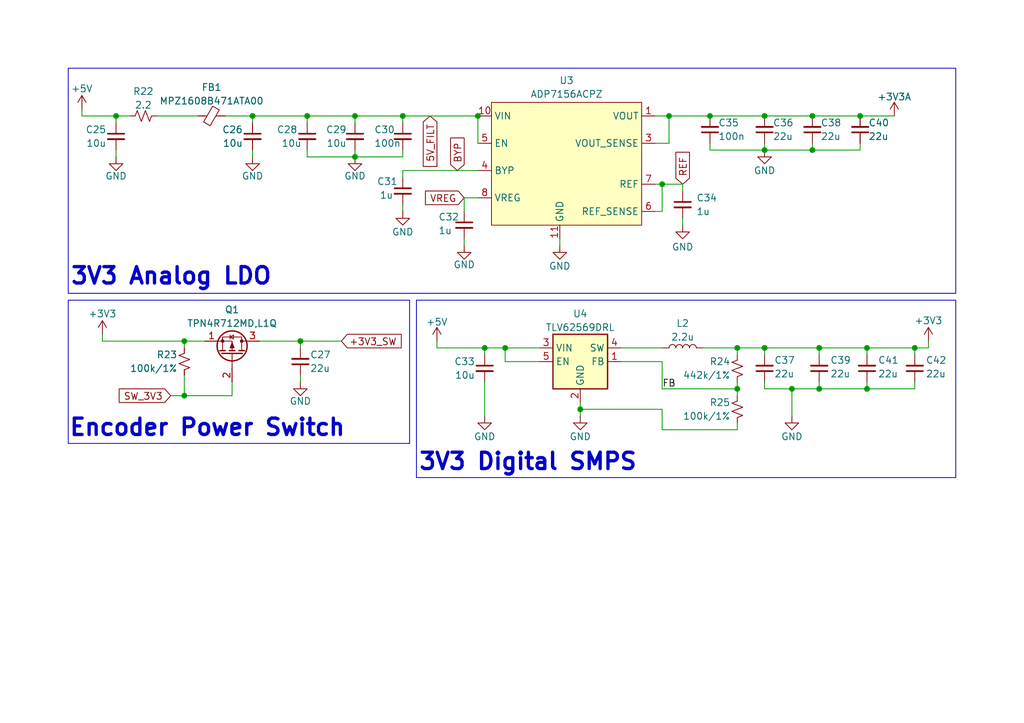
<source format=kicad_sch>
(kicad_sch
	(version 20250114)
	(generator "eeschema")
	(generator_version "9.0")
	(uuid "3d3a814c-d66c-4950-b55a-4d35e9b1c3f8")
	(paper "User" 190.5 134.62)
	(title_block
		(title "OreSat Reaction Wheel Control Board (MCXN Version)")
		(rev "3")
		(company "Chris Kane-Pardy, Portland State Aerospace Society")
	)
	(lib_symbols
		(symbol "Device:C_Small"
			(pin_numbers
				(hide yes)
			)
			(pin_names
				(offset 0.254)
				(hide yes)
			)
			(exclude_from_sim no)
			(in_bom yes)
			(on_board yes)
			(property "Reference" "C"
				(at 0.254 1.778 0)
				(effects
					(font
						(size 1.27 1.27)
					)
					(justify left)
				)
			)
			(property "Value" "C_Small"
				(at 0.254 -2.032 0)
				(effects
					(font
						(size 1.27 1.27)
					)
					(justify left)
				)
			)
			(property "Footprint" ""
				(at 0 0 0)
				(effects
					(font
						(size 1.27 1.27)
					)
					(hide yes)
				)
			)
			(property "Datasheet" "~"
				(at 0 0 0)
				(effects
					(font
						(size 1.27 1.27)
					)
					(hide yes)
				)
			)
			(property "Description" "Unpolarized capacitor, small symbol"
				(at 0 0 0)
				(effects
					(font
						(size 1.27 1.27)
					)
					(hide yes)
				)
			)
			(property "ki_keywords" "capacitor cap"
				(at 0 0 0)
				(effects
					(font
						(size 1.27 1.27)
					)
					(hide yes)
				)
			)
			(property "ki_fp_filters" "C_*"
				(at 0 0 0)
				(effects
					(font
						(size 1.27 1.27)
					)
					(hide yes)
				)
			)
			(symbol "C_Small_0_1"
				(polyline
					(pts
						(xy -1.524 0.508) (xy 1.524 0.508)
					)
					(stroke
						(width 0.3048)
						(type default)
					)
					(fill
						(type none)
					)
				)
				(polyline
					(pts
						(xy -1.524 -0.508) (xy 1.524 -0.508)
					)
					(stroke
						(width 0.3302)
						(type default)
					)
					(fill
						(type none)
					)
				)
			)
			(symbol "C_Small_1_1"
				(pin passive line
					(at 0 2.54 270)
					(length 2.032)
					(name "~"
						(effects
							(font
								(size 1.27 1.27)
							)
						)
					)
					(number "1"
						(effects
							(font
								(size 1.27 1.27)
							)
						)
					)
				)
				(pin passive line
					(at 0 -2.54 90)
					(length 2.032)
					(name "~"
						(effects
							(font
								(size 1.27 1.27)
							)
						)
					)
					(number "2"
						(effects
							(font
								(size 1.27 1.27)
							)
						)
					)
				)
			)
			(embedded_fonts no)
		)
		(symbol "Device:FerriteBead_Small"
			(pin_numbers
				(hide yes)
			)
			(pin_names
				(offset 0)
			)
			(exclude_from_sim no)
			(in_bom yes)
			(on_board yes)
			(property "Reference" "FB"
				(at 1.905 1.27 0)
				(effects
					(font
						(size 1.27 1.27)
					)
					(justify left)
				)
			)
			(property "Value" "FerriteBead_Small"
				(at 1.905 -1.27 0)
				(effects
					(font
						(size 1.27 1.27)
					)
					(justify left)
				)
			)
			(property "Footprint" ""
				(at -1.778 0 90)
				(effects
					(font
						(size 1.27 1.27)
					)
					(hide yes)
				)
			)
			(property "Datasheet" "~"
				(at 0 0 0)
				(effects
					(font
						(size 1.27 1.27)
					)
					(hide yes)
				)
			)
			(property "Description" "Ferrite bead, small symbol"
				(at 0 0 0)
				(effects
					(font
						(size 1.27 1.27)
					)
					(hide yes)
				)
			)
			(property "ki_keywords" "L ferrite bead inductor filter"
				(at 0 0 0)
				(effects
					(font
						(size 1.27 1.27)
					)
					(hide yes)
				)
			)
			(property "ki_fp_filters" "Inductor_* L_* *Ferrite*"
				(at 0 0 0)
				(effects
					(font
						(size 1.27 1.27)
					)
					(hide yes)
				)
			)
			(symbol "FerriteBead_Small_0_1"
				(polyline
					(pts
						(xy -1.8288 0.2794) (xy -1.1176 1.4986) (xy 1.8288 -0.2032) (xy 1.1176 -1.4224) (xy -1.8288 0.2794)
					)
					(stroke
						(width 0)
						(type default)
					)
					(fill
						(type none)
					)
				)
				(polyline
					(pts
						(xy 0 0.889) (xy 0 1.2954)
					)
					(stroke
						(width 0)
						(type default)
					)
					(fill
						(type none)
					)
				)
				(polyline
					(pts
						(xy 0 -1.27) (xy 0 -0.7874)
					)
					(stroke
						(width 0)
						(type default)
					)
					(fill
						(type none)
					)
				)
			)
			(symbol "FerriteBead_Small_1_1"
				(pin passive line
					(at 0 2.54 270)
					(length 1.27)
					(name "~"
						(effects
							(font
								(size 1.27 1.27)
							)
						)
					)
					(number "1"
						(effects
							(font
								(size 1.27 1.27)
							)
						)
					)
				)
				(pin passive line
					(at 0 -2.54 90)
					(length 1.27)
					(name "~"
						(effects
							(font
								(size 1.27 1.27)
							)
						)
					)
					(number "2"
						(effects
							(font
								(size 1.27 1.27)
							)
						)
					)
				)
			)
			(embedded_fonts no)
		)
		(symbol "Device:L"
			(pin_numbers
				(hide yes)
			)
			(pin_names
				(offset 1.016)
				(hide yes)
			)
			(exclude_from_sim no)
			(in_bom yes)
			(on_board yes)
			(property "Reference" "L"
				(at -1.27 0 90)
				(effects
					(font
						(size 1.27 1.27)
					)
				)
			)
			(property "Value" "L"
				(at 1.905 0 90)
				(effects
					(font
						(size 1.27 1.27)
					)
				)
			)
			(property "Footprint" ""
				(at 0 0 0)
				(effects
					(font
						(size 1.27 1.27)
					)
					(hide yes)
				)
			)
			(property "Datasheet" "~"
				(at 0 0 0)
				(effects
					(font
						(size 1.27 1.27)
					)
					(hide yes)
				)
			)
			(property "Description" "Inductor"
				(at 0 0 0)
				(effects
					(font
						(size 1.27 1.27)
					)
					(hide yes)
				)
			)
			(property "ki_keywords" "inductor choke coil reactor magnetic"
				(at 0 0 0)
				(effects
					(font
						(size 1.27 1.27)
					)
					(hide yes)
				)
			)
			(property "ki_fp_filters" "Choke_* *Coil* Inductor_* L_*"
				(at 0 0 0)
				(effects
					(font
						(size 1.27 1.27)
					)
					(hide yes)
				)
			)
			(symbol "L_0_1"
				(arc
					(start 0 2.54)
					(mid 0.6323 1.905)
					(end 0 1.27)
					(stroke
						(width 0)
						(type default)
					)
					(fill
						(type none)
					)
				)
				(arc
					(start 0 1.27)
					(mid 0.6323 0.635)
					(end 0 0)
					(stroke
						(width 0)
						(type default)
					)
					(fill
						(type none)
					)
				)
				(arc
					(start 0 0)
					(mid 0.6323 -0.635)
					(end 0 -1.27)
					(stroke
						(width 0)
						(type default)
					)
					(fill
						(type none)
					)
				)
				(arc
					(start 0 -1.27)
					(mid 0.6323 -1.905)
					(end 0 -2.54)
					(stroke
						(width 0)
						(type default)
					)
					(fill
						(type none)
					)
				)
			)
			(symbol "L_1_1"
				(pin passive line
					(at 0 3.81 270)
					(length 1.27)
					(name "1"
						(effects
							(font
								(size 1.27 1.27)
							)
						)
					)
					(number "1"
						(effects
							(font
								(size 1.27 1.27)
							)
						)
					)
				)
				(pin passive line
					(at 0 -3.81 90)
					(length 1.27)
					(name "2"
						(effects
							(font
								(size 1.27 1.27)
							)
						)
					)
					(number "2"
						(effects
							(font
								(size 1.27 1.27)
							)
						)
					)
				)
			)
			(embedded_fonts no)
		)
		(symbol "Device:R_Small_US"
			(pin_numbers
				(hide yes)
			)
			(pin_names
				(offset 0.254)
				(hide yes)
			)
			(exclude_from_sim no)
			(in_bom yes)
			(on_board yes)
			(property "Reference" "R"
				(at 0.762 0.508 0)
				(effects
					(font
						(size 1.27 1.27)
					)
					(justify left)
				)
			)
			(property "Value" "R_Small_US"
				(at 0.762 -1.016 0)
				(effects
					(font
						(size 1.27 1.27)
					)
					(justify left)
				)
			)
			(property "Footprint" ""
				(at 0 0 0)
				(effects
					(font
						(size 1.27 1.27)
					)
					(hide yes)
				)
			)
			(property "Datasheet" "~"
				(at 0 0 0)
				(effects
					(font
						(size 1.27 1.27)
					)
					(hide yes)
				)
			)
			(property "Description" "Resistor, small US symbol"
				(at 0 0 0)
				(effects
					(font
						(size 1.27 1.27)
					)
					(hide yes)
				)
			)
			(property "ki_keywords" "r resistor"
				(at 0 0 0)
				(effects
					(font
						(size 1.27 1.27)
					)
					(hide yes)
				)
			)
			(property "ki_fp_filters" "R_*"
				(at 0 0 0)
				(effects
					(font
						(size 1.27 1.27)
					)
					(hide yes)
				)
			)
			(symbol "R_Small_US_1_1"
				(polyline
					(pts
						(xy 0 1.524) (xy 1.016 1.143) (xy 0 0.762) (xy -1.016 0.381) (xy 0 0)
					)
					(stroke
						(width 0)
						(type default)
					)
					(fill
						(type none)
					)
				)
				(polyline
					(pts
						(xy 0 0) (xy 1.016 -0.381) (xy 0 -0.762) (xy -1.016 -1.143) (xy 0 -1.524)
					)
					(stroke
						(width 0)
						(type default)
					)
					(fill
						(type none)
					)
				)
				(pin passive line
					(at 0 2.54 270)
					(length 1.016)
					(name "~"
						(effects
							(font
								(size 1.27 1.27)
							)
						)
					)
					(number "1"
						(effects
							(font
								(size 1.27 1.27)
							)
						)
					)
				)
				(pin passive line
					(at 0 -2.54 90)
					(length 1.016)
					(name "~"
						(effects
							(font
								(size 1.27 1.27)
							)
						)
					)
					(number "2"
						(effects
							(font
								(size 1.27 1.27)
							)
						)
					)
				)
			)
			(embedded_fonts no)
		)
		(symbol "MCXN-rev-3-symbols:+3V3A"
			(power)
			(pin_names
				(offset 0)
			)
			(exclude_from_sim no)
			(in_bom yes)
			(on_board yes)
			(property "Reference" "#PWR"
				(at 0 -3.81 0)
				(effects
					(font
						(size 1.27 1.27)
					)
					(hide yes)
				)
			)
			(property "Value" "+3V3A"
				(at 0 3.556 0)
				(effects
					(font
						(size 1.27 1.27)
					)
				)
			)
			(property "Footprint" ""
				(at 0 0 0)
				(effects
					(font
						(size 1.27 1.27)
					)
					(hide yes)
				)
			)
			(property "Datasheet" ""
				(at 0 0 0)
				(effects
					(font
						(size 1.27 1.27)
					)
					(hide yes)
				)
			)
			(property "Description" "Power symbol creates a global label with name \"+3V3\""
				(at 0 0 0)
				(effects
					(font
						(size 1.27 1.27)
					)
					(hide yes)
				)
			)
			(property "ki_keywords" "power-flag"
				(at 0 0 0)
				(effects
					(font
						(size 1.27 1.27)
					)
					(hide yes)
				)
			)
			(symbol "+3V3A_0_1"
				(polyline
					(pts
						(xy -0.762 1.27) (xy 0 2.54)
					)
					(stroke
						(width 0)
						(type default)
					)
					(fill
						(type none)
					)
				)
				(polyline
					(pts
						(xy 0 2.54) (xy 0.762 1.27)
					)
					(stroke
						(width 0)
						(type default)
					)
					(fill
						(type none)
					)
				)
				(polyline
					(pts
						(xy 0 0) (xy 0 2.54)
					)
					(stroke
						(width 0)
						(type default)
					)
					(fill
						(type none)
					)
				)
			)
			(symbol "+3V3A_1_1"
				(pin power_in line
					(at 0 0 90)
					(length 0)
					(hide yes)
					(name "+3V3A"
						(effects
							(font
								(size 1.27 1.27)
							)
						)
					)
					(number "1"
						(effects
							(font
								(size 1.27 1.27)
							)
						)
					)
				)
			)
			(embedded_fonts no)
		)
		(symbol "MCXN-rev-3-symbols:ADP7156ACPZ"
			(exclude_from_sim no)
			(in_bom yes)
			(on_board yes)
			(property "Reference" "U"
				(at 0 7.62 0)
				(effects
					(font
						(size 1.27 1.27)
					)
				)
			)
			(property "Value" "ADP7156ACPZ"
				(at 0 7.62 0)
				(effects
					(font
						(size 1.27 1.27)
					)
				)
			)
			(property "Footprint" ""
				(at 0 7.62 0)
				(effects
					(font
						(size 1.27 1.27)
					)
					(hide yes)
				)
			)
			(property "Datasheet" ""
				(at 0 7.62 0)
				(effects
					(font
						(size 1.27 1.27)
					)
					(hide yes)
				)
			)
			(property "Description" ""
				(at 0 0 0)
				(effects
					(font
						(size 1.27 1.27)
					)
					(hide yes)
				)
			)
			(symbol "ADP7156ACPZ_0_1"
				(rectangle
					(start -5.08 5.08)
					(end 22.86 -17.78)
					(stroke
						(width 0)
						(type default)
					)
					(fill
						(type background)
					)
				)
			)
			(symbol "ADP7156ACPZ_1_1"
				(pin power_in line
					(at -7.62 2.54 0)
					(length 2.54)
					(name "VIN"
						(effects
							(font
								(size 1.27 1.27)
							)
						)
					)
					(number "10"
						(effects
							(font
								(size 1.27 1.27)
							)
						)
					)
				)
				(pin unspecified line
					(at -7.62 2.54 0)
					(length 2.54)
					(hide yes)
					(name "VIN"
						(effects
							(font
								(size 1.27 1.27)
							)
						)
					)
					(number "9"
						(effects
							(font
								(size 1.27 1.27)
							)
						)
					)
				)
				(pin input line
					(at -7.62 -2.54 0)
					(length 2.54)
					(name "EN"
						(effects
							(font
								(size 1.27 1.27)
							)
						)
					)
					(number "5"
						(effects
							(font
								(size 1.27 1.27)
							)
						)
					)
				)
				(pin input line
					(at -7.62 -7.62 0)
					(length 2.54)
					(name "BYP"
						(effects
							(font
								(size 1.27 1.27)
							)
						)
					)
					(number "4"
						(effects
							(font
								(size 1.27 1.27)
							)
						)
					)
				)
				(pin input line
					(at -7.62 -12.7 0)
					(length 2.54)
					(name "VREG"
						(effects
							(font
								(size 1.27 1.27)
							)
						)
					)
					(number "8"
						(effects
							(font
								(size 1.27 1.27)
							)
						)
					)
				)
				(pin power_in line
					(at 7.62 -20.32 90)
					(length 2.54)
					(name "GND"
						(effects
							(font
								(size 1.27 1.27)
							)
						)
					)
					(number "11"
						(effects
							(font
								(size 1.27 1.27)
							)
						)
					)
				)
				(pin power_out line
					(at 25.4 2.54 180)
					(length 2.54)
					(name "VOUT"
						(effects
							(font
								(size 1.27 1.27)
							)
						)
					)
					(number "1"
						(effects
							(font
								(size 1.27 1.27)
							)
						)
					)
				)
				(pin unspecified line
					(at 25.4 2.54 180)
					(length 2.54)
					(hide yes)
					(name "VOUT"
						(effects
							(font
								(size 1.27 1.27)
							)
						)
					)
					(number "2"
						(effects
							(font
								(size 1.27 1.27)
							)
						)
					)
				)
				(pin power_out line
					(at 25.4 -2.54 180)
					(length 2.54)
					(name "VOUT_SENSE"
						(effects
							(font
								(size 1.27 1.27)
							)
						)
					)
					(number "3"
						(effects
							(font
								(size 1.27 1.27)
							)
						)
					)
				)
				(pin power_out line
					(at 25.4 -10.16 180)
					(length 2.54)
					(name "REF"
						(effects
							(font
								(size 1.27 1.27)
							)
						)
					)
					(number "7"
						(effects
							(font
								(size 1.27 1.27)
							)
						)
					)
				)
				(pin power_out line
					(at 25.4 -15.24 180)
					(length 2.54)
					(name "REF_SENSE"
						(effects
							(font
								(size 1.27 1.27)
							)
						)
					)
					(number "6"
						(effects
							(font
								(size 1.27 1.27)
							)
						)
					)
				)
			)
			(embedded_fonts no)
		)
		(symbol "Regulator_Switching:TLV62569DRL"
			(exclude_from_sim no)
			(in_bom yes)
			(on_board yes)
			(property "Reference" "U"
				(at -5.08 6.35 0)
				(effects
					(font
						(size 1.27 1.27)
					)
					(justify left)
				)
			)
			(property "Value" "TLV62569DRL"
				(at 0 6.35 0)
				(effects
					(font
						(size 1.27 1.27)
					)
					(justify left)
				)
			)
			(property "Footprint" "Package_TO_SOT_SMD:SOT-563"
				(at 1.27 -6.35 0)
				(effects
					(font
						(size 1.27 1.27)
						(italic yes)
					)
					(justify left)
					(hide yes)
				)
			)
			(property "Datasheet" "http://www.ti.com/lit/ds/symlink/tlv62569.pdf"
				(at -6.35 11.43 0)
				(effects
					(font
						(size 1.27 1.27)
					)
					(hide yes)
				)
			)
			(property "Description" "High Efficiency Synchronous Buck Converter, Adjustable Output 0.6V-5.5V, 2A, SOT-563-6"
				(at 0 0 0)
				(effects
					(font
						(size 1.27 1.27)
					)
					(hide yes)
				)
			)
			(property "ki_keywords" "Step-Down Buck DC-DC Regulator Adjustable"
				(at 0 0 0)
				(effects
					(font
						(size 1.27 1.27)
					)
					(hide yes)
				)
			)
			(property "ki_fp_filters" "SOT*563*"
				(at 0 0 0)
				(effects
					(font
						(size 1.27 1.27)
					)
					(hide yes)
				)
			)
			(symbol "TLV62569DRL_0_1"
				(rectangle
					(start -5.08 5.08)
					(end 5.08 -5.08)
					(stroke
						(width 0.254)
						(type default)
					)
					(fill
						(type background)
					)
				)
			)
			(symbol "TLV62569DRL_1_1"
				(pin power_in line
					(at -7.62 2.54 0)
					(length 2.54)
					(name "VIN"
						(effects
							(font
								(size 1.27 1.27)
							)
						)
					)
					(number "3"
						(effects
							(font
								(size 1.27 1.27)
							)
						)
					)
				)
				(pin input line
					(at -7.62 0 0)
					(length 2.54)
					(name "EN"
						(effects
							(font
								(size 1.27 1.27)
							)
						)
					)
					(number "5"
						(effects
							(font
								(size 1.27 1.27)
							)
						)
					)
				)
				(pin power_in line
					(at 0 -7.62 90)
					(length 2.54)
					(name "GND"
						(effects
							(font
								(size 1.27 1.27)
							)
						)
					)
					(number "2"
						(effects
							(font
								(size 1.27 1.27)
							)
						)
					)
				)
				(pin no_connect line
					(at 5.08 -2.54 180)
					(length 2.54)
					(hide yes)
					(name "NC"
						(effects
							(font
								(size 1.27 1.27)
							)
						)
					)
					(number "6"
						(effects
							(font
								(size 1.27 1.27)
							)
						)
					)
				)
				(pin power_out line
					(at 7.62 2.54 180)
					(length 2.54)
					(name "SW"
						(effects
							(font
								(size 1.27 1.27)
							)
						)
					)
					(number "4"
						(effects
							(font
								(size 1.27 1.27)
							)
						)
					)
				)
				(pin input line
					(at 7.62 0 180)
					(length 2.54)
					(name "FB"
						(effects
							(font
								(size 1.27 1.27)
							)
						)
					)
					(number "1"
						(effects
							(font
								(size 1.27 1.27)
							)
						)
					)
				)
			)
			(embedded_fonts no)
		)
		(symbol "Transistor_FET:Q_PMOS_SGD"
			(pin_names
				(offset 0)
				(hide yes)
			)
			(exclude_from_sim no)
			(in_bom yes)
			(on_board yes)
			(property "Reference" "Q"
				(at 5.08 1.905 0)
				(effects
					(font
						(size 1.27 1.27)
					)
					(justify left)
				)
			)
			(property "Value" "Q_PMOS_SGD"
				(at 5.08 0 0)
				(effects
					(font
						(size 1.27 1.27)
					)
					(justify left)
				)
			)
			(property "Footprint" ""
				(at 5.08 2.54 0)
				(effects
					(font
						(size 1.27 1.27)
					)
					(hide yes)
				)
			)
			(property "Datasheet" "~"
				(at 0 0 0)
				(effects
					(font
						(size 1.27 1.27)
					)
					(hide yes)
				)
			)
			(property "Description" "P-MOSFET transistor, source/gate/drain"
				(at 0 0 0)
				(effects
					(font
						(size 1.27 1.27)
					)
					(hide yes)
				)
			)
			(property "ki_keywords" "transistor PMOS P-MOS P-MOSFET"
				(at 0 0 0)
				(effects
					(font
						(size 1.27 1.27)
					)
					(hide yes)
				)
			)
			(symbol "Q_PMOS_SGD_0_1"
				(polyline
					(pts
						(xy 0.254 1.905) (xy 0.254 -1.905)
					)
					(stroke
						(width 0.254)
						(type default)
					)
					(fill
						(type none)
					)
				)
				(polyline
					(pts
						(xy 0.254 0) (xy -2.54 0)
					)
					(stroke
						(width 0)
						(type default)
					)
					(fill
						(type none)
					)
				)
				(polyline
					(pts
						(xy 0.762 2.286) (xy 0.762 1.27)
					)
					(stroke
						(width 0.254)
						(type default)
					)
					(fill
						(type none)
					)
				)
				(polyline
					(pts
						(xy 0.762 1.778) (xy 3.302 1.778) (xy 3.302 -1.778) (xy 0.762 -1.778)
					)
					(stroke
						(width 0)
						(type default)
					)
					(fill
						(type none)
					)
				)
				(polyline
					(pts
						(xy 0.762 0.508) (xy 0.762 -0.508)
					)
					(stroke
						(width 0.254)
						(type default)
					)
					(fill
						(type none)
					)
				)
				(polyline
					(pts
						(xy 0.762 -1.27) (xy 0.762 -2.286)
					)
					(stroke
						(width 0.254)
						(type default)
					)
					(fill
						(type none)
					)
				)
				(circle
					(center 1.651 0)
					(radius 2.794)
					(stroke
						(width 0.254)
						(type default)
					)
					(fill
						(type none)
					)
				)
				(polyline
					(pts
						(xy 2.286 0) (xy 1.27 0.381) (xy 1.27 -0.381) (xy 2.286 0)
					)
					(stroke
						(width 0)
						(type default)
					)
					(fill
						(type outline)
					)
				)
				(polyline
					(pts
						(xy 2.54 2.54) (xy 2.54 1.778)
					)
					(stroke
						(width 0)
						(type default)
					)
					(fill
						(type none)
					)
				)
				(circle
					(center 2.54 1.778)
					(radius 0.254)
					(stroke
						(width 0)
						(type default)
					)
					(fill
						(type outline)
					)
				)
				(circle
					(center 2.54 -1.778)
					(radius 0.254)
					(stroke
						(width 0)
						(type default)
					)
					(fill
						(type outline)
					)
				)
				(polyline
					(pts
						(xy 2.54 -2.54) (xy 2.54 0) (xy 0.762 0)
					)
					(stroke
						(width 0)
						(type default)
					)
					(fill
						(type none)
					)
				)
				(polyline
					(pts
						(xy 2.921 -0.381) (xy 3.683 -0.381)
					)
					(stroke
						(width 0)
						(type default)
					)
					(fill
						(type none)
					)
				)
				(polyline
					(pts
						(xy 3.302 -0.381) (xy 2.921 0.254) (xy 3.683 0.254) (xy 3.302 -0.381)
					)
					(stroke
						(width 0)
						(type default)
					)
					(fill
						(type none)
					)
				)
			)
			(symbol "Q_PMOS_SGD_1_1"
				(pin input line
					(at -5.08 0 0)
					(length 2.54)
					(name "G"
						(effects
							(font
								(size 1.27 1.27)
							)
						)
					)
					(number "2"
						(effects
							(font
								(size 1.27 1.27)
							)
						)
					)
				)
				(pin passive line
					(at 2.54 5.08 270)
					(length 2.54)
					(name "D"
						(effects
							(font
								(size 1.27 1.27)
							)
						)
					)
					(number "3"
						(effects
							(font
								(size 1.27 1.27)
							)
						)
					)
				)
				(pin passive line
					(at 2.54 -5.08 90)
					(length 2.54)
					(name "S"
						(effects
							(font
								(size 1.27 1.27)
							)
						)
					)
					(number "1"
						(effects
							(font
								(size 1.27 1.27)
							)
						)
					)
				)
			)
			(embedded_fonts no)
		)
		(symbol "power:+3V3"
			(power)
			(pin_numbers
				(hide yes)
			)
			(pin_names
				(offset 0)
				(hide yes)
			)
			(exclude_from_sim no)
			(in_bom yes)
			(on_board yes)
			(property "Reference" "#PWR"
				(at 0 -3.81 0)
				(effects
					(font
						(size 1.27 1.27)
					)
					(hide yes)
				)
			)
			(property "Value" "+3V3"
				(at 0 3.556 0)
				(effects
					(font
						(size 1.27 1.27)
					)
				)
			)
			(property "Footprint" ""
				(at 0 0 0)
				(effects
					(font
						(size 1.27 1.27)
					)
					(hide yes)
				)
			)
			(property "Datasheet" ""
				(at 0 0 0)
				(effects
					(font
						(size 1.27 1.27)
					)
					(hide yes)
				)
			)
			(property "Description" "Power symbol creates a global label with name \"+3V3\""
				(at 0 0 0)
				(effects
					(font
						(size 1.27 1.27)
					)
					(hide yes)
				)
			)
			(property "ki_keywords" "global power"
				(at 0 0 0)
				(effects
					(font
						(size 1.27 1.27)
					)
					(hide yes)
				)
			)
			(symbol "+3V3_0_1"
				(polyline
					(pts
						(xy -0.762 1.27) (xy 0 2.54)
					)
					(stroke
						(width 0)
						(type default)
					)
					(fill
						(type none)
					)
				)
				(polyline
					(pts
						(xy 0 2.54) (xy 0.762 1.27)
					)
					(stroke
						(width 0)
						(type default)
					)
					(fill
						(type none)
					)
				)
				(polyline
					(pts
						(xy 0 0) (xy 0 2.54)
					)
					(stroke
						(width 0)
						(type default)
					)
					(fill
						(type none)
					)
				)
			)
			(symbol "+3V3_1_1"
				(pin power_in line
					(at 0 0 90)
					(length 0)
					(name "~"
						(effects
							(font
								(size 1.27 1.27)
							)
						)
					)
					(number "1"
						(effects
							(font
								(size 1.27 1.27)
							)
						)
					)
				)
			)
			(embedded_fonts no)
		)
		(symbol "power:+5V"
			(power)
			(pin_numbers
				(hide yes)
			)
			(pin_names
				(offset 0)
				(hide yes)
			)
			(exclude_from_sim no)
			(in_bom yes)
			(on_board yes)
			(property "Reference" "#PWR"
				(at 0 -3.81 0)
				(effects
					(font
						(size 1.27 1.27)
					)
					(hide yes)
				)
			)
			(property "Value" "+5V"
				(at 0 3.556 0)
				(effects
					(font
						(size 1.27 1.27)
					)
				)
			)
			(property "Footprint" ""
				(at 0 0 0)
				(effects
					(font
						(size 1.27 1.27)
					)
					(hide yes)
				)
			)
			(property "Datasheet" ""
				(at 0 0 0)
				(effects
					(font
						(size 1.27 1.27)
					)
					(hide yes)
				)
			)
			(property "Description" "Power symbol creates a global label with name \"+5V\""
				(at 0 0 0)
				(effects
					(font
						(size 1.27 1.27)
					)
					(hide yes)
				)
			)
			(property "ki_keywords" "global power"
				(at 0 0 0)
				(effects
					(font
						(size 1.27 1.27)
					)
					(hide yes)
				)
			)
			(symbol "+5V_0_1"
				(polyline
					(pts
						(xy -0.762 1.27) (xy 0 2.54)
					)
					(stroke
						(width 0)
						(type default)
					)
					(fill
						(type none)
					)
				)
				(polyline
					(pts
						(xy 0 2.54) (xy 0.762 1.27)
					)
					(stroke
						(width 0)
						(type default)
					)
					(fill
						(type none)
					)
				)
				(polyline
					(pts
						(xy 0 0) (xy 0 2.54)
					)
					(stroke
						(width 0)
						(type default)
					)
					(fill
						(type none)
					)
				)
			)
			(symbol "+5V_1_1"
				(pin power_in line
					(at 0 0 90)
					(length 0)
					(name "~"
						(effects
							(font
								(size 1.27 1.27)
							)
						)
					)
					(number "1"
						(effects
							(font
								(size 1.27 1.27)
							)
						)
					)
				)
			)
			(embedded_fonts no)
		)
		(symbol "power:GND"
			(power)
			(pin_numbers
				(hide yes)
			)
			(pin_names
				(offset 0)
				(hide yes)
			)
			(exclude_from_sim no)
			(in_bom yes)
			(on_board yes)
			(property "Reference" "#PWR"
				(at 0 -6.35 0)
				(effects
					(font
						(size 1.27 1.27)
					)
					(hide yes)
				)
			)
			(property "Value" "GND"
				(at 0 -3.81 0)
				(effects
					(font
						(size 1.27 1.27)
					)
				)
			)
			(property "Footprint" ""
				(at 0 0 0)
				(effects
					(font
						(size 1.27 1.27)
					)
					(hide yes)
				)
			)
			(property "Datasheet" ""
				(at 0 0 0)
				(effects
					(font
						(size 1.27 1.27)
					)
					(hide yes)
				)
			)
			(property "Description" "Power symbol creates a global label with name \"GND\" , ground"
				(at 0 0 0)
				(effects
					(font
						(size 1.27 1.27)
					)
					(hide yes)
				)
			)
			(property "ki_keywords" "global power"
				(at 0 0 0)
				(effects
					(font
						(size 1.27 1.27)
					)
					(hide yes)
				)
			)
			(symbol "GND_0_1"
				(polyline
					(pts
						(xy 0 0) (xy 0 -1.27) (xy 1.27 -1.27) (xy 0 -2.54) (xy -1.27 -1.27) (xy 0 -1.27)
					)
					(stroke
						(width 0)
						(type default)
					)
					(fill
						(type none)
					)
				)
			)
			(symbol "GND_1_1"
				(pin power_in line
					(at 0 0 270)
					(length 0)
					(name "~"
						(effects
							(font
								(size 1.27 1.27)
							)
						)
					)
					(number "1"
						(effects
							(font
								(size 1.27 1.27)
							)
						)
					)
				)
			)
			(embedded_fonts no)
		)
	)
	(text "3V3 Digital SMPS"
		(exclude_from_sim no)
		(at 77.724 87.884 0)
		(effects
			(font
				(size 3.048 3.048)
				(thickness 0.6096)
				(bold yes)
			)
			(justify left bottom)
		)
		(uuid "5b2e295e-244f-41bd-a781-639de9871518")
	)
	(text "3V3 Analog LDO"
		(exclude_from_sim no)
		(at 12.954 53.34 0)
		(effects
			(font
				(size 3.048 3.048)
				(thickness 0.6096)
				(bold yes)
			)
			(justify left bottom)
		)
		(uuid "7cdbf714-70e1-4944-aca8-a9e4bd62cabe")
	)
	(text "Encoder Power Switch"
		(exclude_from_sim no)
		(at 12.7 81.534 0)
		(effects
			(font
				(size 3.048 3.048)
				(thickness 0.6096)
				(bold yes)
			)
			(justify left bottom)
		)
		(uuid "eb274aee-4e0e-4ce4-a30c-8ce532c5b2ab")
	)
	(junction
		(at 152.4 72.39)
		(diameter 0)
		(color 0 0 0 0)
		(uuid "003523b0-6448-49a4-8fac-ccea09d867b3")
	)
	(junction
		(at 34.29 73.66)
		(diameter 0)
		(color 0 0 0 0)
		(uuid "0ebaf027-4763-4518-b3dc-f932b04efa17")
	)
	(junction
		(at 66.04 29.21)
		(diameter 0)
		(color 0 0 0 0)
		(uuid "1d2d233b-2c1e-438d-acd2-8d8c42764548")
	)
	(junction
		(at 142.24 27.94)
		(diameter 0)
		(color 0 0 0 0)
		(uuid "264f6dfb-47af-459d-9784-7d46c33d4e12")
	)
	(junction
		(at 137.16 64.77)
		(diameter 0)
		(color 0 0 0 0)
		(uuid "33640362-0ee9-4839-9871-0049db3e86e6")
	)
	(junction
		(at 152.4 64.77)
		(diameter 0)
		(color 0 0 0 0)
		(uuid "396b21a5-61b3-4539-bc07-d8f2e7742c38")
	)
	(junction
		(at 142.24 21.59)
		(diameter 0)
		(color 0 0 0 0)
		(uuid "3ab59943-ccbb-4e07-9503-cb15191486c6")
	)
	(junction
		(at 142.24 64.77)
		(diameter 0)
		(color 0 0 0 0)
		(uuid "43379ace-1b1e-4da9-aa46-a1dfede833b8")
	)
	(junction
		(at 34.29 63.5)
		(diameter 0)
		(color 0 0 0 0)
		(uuid "5e8b1c20-3dcf-4785-9e1d-e831e9db5702")
	)
	(junction
		(at 123.19 34.29)
		(diameter 0)
		(color 0 0 0 0)
		(uuid "6f075bf7-789c-491a-ad8d-c12e99353cfc")
	)
	(junction
		(at 132.08 21.59)
		(diameter 0)
		(color 0 0 0 0)
		(uuid "72633796-4007-4b84-8dab-02ce0ee44ecd")
	)
	(junction
		(at 147.32 72.39)
		(diameter 0)
		(color 0 0 0 0)
		(uuid "8564846d-7b3d-4d0c-a424-32d89d6e0e07")
	)
	(junction
		(at 74.93 21.59)
		(diameter 0)
		(color 0 0 0 0)
		(uuid "8fb4ec2d-34df-4e2a-95bd-a4e895942664")
	)
	(junction
		(at 93.98 64.77)
		(diameter 0)
		(color 0 0 0 0)
		(uuid "94f8fea3-c86b-4912-b0b4-f818387458e2")
	)
	(junction
		(at 46.99 21.59)
		(diameter 0)
		(color 0 0 0 0)
		(uuid "99d2bbb0-72c0-4c29-b2a1-026c46edf58e")
	)
	(junction
		(at 161.29 72.39)
		(diameter 0)
		(color 0 0 0 0)
		(uuid "9be2aa4e-0e89-4f9d-bfdc-93249c05dc69")
	)
	(junction
		(at 151.13 21.59)
		(diameter 0)
		(color 0 0 0 0)
		(uuid "9d4ae494-450e-46f1-9c8e-507ad28153d8")
	)
	(junction
		(at 90.17 64.77)
		(diameter 0)
		(color 0 0 0 0)
		(uuid "a169fbcc-12a1-4647-8519-a670fefaa927")
	)
	(junction
		(at 107.95 76.2)
		(diameter 0)
		(color 0 0 0 0)
		(uuid "a1e69a5d-815d-45eb-b5ba-2f30fbc94f55")
	)
	(junction
		(at 55.88 63.5)
		(diameter 0)
		(color 0 0 0 0)
		(uuid "a4be3046-533c-4830-abc6-d3f03dca151a")
	)
	(junction
		(at 88.9 21.59)
		(diameter 0)
		(color 0 0 0 0)
		(uuid "b2b42e9c-0a13-4eea-b92c-e49c42551447")
	)
	(junction
		(at 21.59 21.59)
		(diameter 0)
		(color 0 0 0 0)
		(uuid "b609a5bd-0762-4f15-bdcd-dcf9329d6877")
	)
	(junction
		(at 57.15 21.59)
		(diameter 0)
		(color 0 0 0 0)
		(uuid "c3ca70cc-dd5e-43a2-bc75-a37e7bacdca1")
	)
	(junction
		(at 161.29 64.77)
		(diameter 0)
		(color 0 0 0 0)
		(uuid "ca050f22-4eee-4689-aec6-5bfa4b0448bf")
	)
	(junction
		(at 170.18 64.77)
		(diameter 0)
		(color 0 0 0 0)
		(uuid "dd6a9c92-52a6-4e2e-a117-878e919499f3")
	)
	(junction
		(at 137.16 72.39)
		(diameter 0)
		(color 0 0 0 0)
		(uuid "dfa40fe1-d989-4a02-b767-4f220ff94b11")
	)
	(junction
		(at 151.13 27.94)
		(diameter 0)
		(color 0 0 0 0)
		(uuid "effa188f-e74e-4da4-9d3f-3e3b8a233f12")
	)
	(junction
		(at 124.46 21.59)
		(diameter 0)
		(color 0 0 0 0)
		(uuid "f48016e5-cbef-423f-9cf9-cf7ac4279069")
	)
	(junction
		(at 160.02 21.59)
		(diameter 0)
		(color 0 0 0 0)
		(uuid "fbdddbd8-7f5f-4526-92e9-d27bdab9c8ef")
	)
	(junction
		(at 66.04 21.59)
		(diameter 0)
		(color 0 0 0 0)
		(uuid "fe44bf5e-9515-48e4-8844-f958c19b5311")
	)
	(wire
		(pts
			(xy 137.16 73.66) (xy 137.16 72.39)
		)
		(stroke
			(width 0)
			(type default)
		)
		(uuid "00f087c9-2750-4ae6-91ce-4291e2a8ed22")
	)
	(wire
		(pts
			(xy 41.91 21.59) (xy 46.99 21.59)
		)
		(stroke
			(width 0)
			(type default)
		)
		(uuid "034b98a3-171c-4ef2-a137-9cb4e9c5f9a3")
	)
	(polyline
		(pts
			(xy 12.7 55.88) (xy 76.2 55.88)
		)
		(stroke
			(width 0)
			(type default)
		)
		(uuid "05b123f5-1145-4a2b-8fd2-1af8dc2370a0")
	)
	(wire
		(pts
			(xy 160.02 21.59) (xy 166.37 21.59)
		)
		(stroke
			(width 0)
			(type default)
		)
		(uuid "08025309-d59b-4472-946b-32788ca00b66")
	)
	(wire
		(pts
			(xy 34.29 69.85) (xy 34.29 73.66)
		)
		(stroke
			(width 0)
			(type default)
		)
		(uuid "088d87e5-4f96-43a9-b078-6b2b947f4d18")
	)
	(wire
		(pts
			(xy 121.92 34.29) (xy 123.19 34.29)
		)
		(stroke
			(width 0)
			(type default)
		)
		(uuid "09caeb69-31bb-4cfd-bbff-ba7d0e4f115a")
	)
	(wire
		(pts
			(xy 55.88 63.5) (xy 55.88 64.77)
		)
		(stroke
			(width 0)
			(type default)
		)
		(uuid "0a16bdfa-ae4b-4fce-b2e4-9372c00c8f32")
	)
	(wire
		(pts
			(xy 66.04 22.86) (xy 66.04 21.59)
		)
		(stroke
			(width 0)
			(type default)
		)
		(uuid "0a3bbad3-c22e-43ca-a9ff-cbdd0bece506")
	)
	(wire
		(pts
			(xy 107.95 76.2) (xy 107.95 74.93)
		)
		(stroke
			(width 0)
			(type default)
		)
		(uuid "0de6d86a-d0c7-4d37-8644-d1c2d670a0dd")
	)
	(wire
		(pts
			(xy 123.19 64.77) (xy 115.57 64.77)
		)
		(stroke
			(width 0)
			(type default)
		)
		(uuid "0f342c32-c7d0-4632-a9ee-125ee0be97fc")
	)
	(wire
		(pts
			(xy 130.81 64.77) (xy 137.16 64.77)
		)
		(stroke
			(width 0)
			(type default)
		)
		(uuid "0fa0f827-defe-44eb-a1af-b49893cec1b2")
	)
	(wire
		(pts
			(xy 74.93 33.02) (xy 74.93 31.75)
		)
		(stroke
			(width 0)
			(type default)
		)
		(uuid "1581bc6e-98e6-45fd-b9b2-c520fec4f151")
	)
	(wire
		(pts
			(xy 74.93 29.21) (xy 74.93 27.94)
		)
		(stroke
			(width 0)
			(type default)
		)
		(uuid "17fb783d-f24d-439f-ada4-36f036a56757")
	)
	(wire
		(pts
			(xy 151.13 27.94) (xy 151.13 26.67)
		)
		(stroke
			(width 0)
			(type default)
		)
		(uuid "1adaac37-d83b-4783-a58c-7a1051e697a4")
	)
	(wire
		(pts
			(xy 152.4 72.39) (xy 161.29 72.39)
		)
		(stroke
			(width 0)
			(type default)
		)
		(uuid "1e62a489-aee8-4a1e-a6fe-8c03219324fd")
	)
	(wire
		(pts
			(xy 152.4 72.39) (xy 152.4 71.12)
		)
		(stroke
			(width 0)
			(type default)
		)
		(uuid "22eccd0e-02ea-41ab-9ac8-b548e6121549")
	)
	(wire
		(pts
			(xy 123.19 72.39) (xy 123.19 67.31)
		)
		(stroke
			(width 0)
			(type default)
		)
		(uuid "23527fb0-2728-4b40-8286-cc14b69cd1c6")
	)
	(wire
		(pts
			(xy 170.18 64.77) (xy 172.72 64.77)
		)
		(stroke
			(width 0)
			(type default)
		)
		(uuid "23a80c31-eb54-4b6a-9f7a-215041bb7b54")
	)
	(wire
		(pts
			(xy 152.4 64.77) (xy 152.4 66.04)
		)
		(stroke
			(width 0)
			(type default)
		)
		(uuid "2513f55c-5693-4108-b59a-3be5accde891")
	)
	(wire
		(pts
			(xy 160.02 27.94) (xy 151.13 27.94)
		)
		(stroke
			(width 0)
			(type default)
		)
		(uuid "2705650d-d6f0-4d98-aebe-d1342f52f0f6")
	)
	(wire
		(pts
			(xy 132.08 21.59) (xy 142.24 21.59)
		)
		(stroke
			(width 0)
			(type default)
		)
		(uuid "28682000-2fc2-426b-8147-ca6c7f4fffd6")
	)
	(wire
		(pts
			(xy 90.17 66.04) (xy 90.17 64.77)
		)
		(stroke
			(width 0)
			(type default)
		)
		(uuid "29b2e5c7-6c64-4a67-b440-8ef5ec09323e")
	)
	(wire
		(pts
			(xy 74.93 22.86) (xy 74.93 21.59)
		)
		(stroke
			(width 0)
			(type default)
		)
		(uuid "2a12b1bf-b08e-4528-a0f7-191b1a3fce0b")
	)
	(wire
		(pts
			(xy 170.18 72.39) (xy 170.18 71.12)
		)
		(stroke
			(width 0)
			(type default)
		)
		(uuid "2a56eb9c-d32b-44d7-8537-823cb0787749")
	)
	(wire
		(pts
			(xy 57.15 29.21) (xy 66.04 29.21)
		)
		(stroke
			(width 0)
			(type default)
		)
		(uuid "2bd6d8eb-581c-4cb8-9d7f-66a7e0fdb3e3")
	)
	(wire
		(pts
			(xy 107.95 76.2) (xy 123.19 76.2)
		)
		(stroke
			(width 0)
			(type default)
		)
		(uuid "30af4bf7-d2e1-49b2-b487-a1f900da4816")
	)
	(wire
		(pts
			(xy 142.24 66.04) (xy 142.24 64.77)
		)
		(stroke
			(width 0)
			(type default)
		)
		(uuid "31ff49ac-4dca-4cc7-81c3-4d71add466dd")
	)
	(wire
		(pts
			(xy 123.19 67.31) (xy 115.57 67.31)
		)
		(stroke
			(width 0)
			(type default)
		)
		(uuid "347b71d9-1c12-43bd-9744-a5f09657c62e")
	)
	(wire
		(pts
			(xy 74.93 31.75) (xy 88.9 31.75)
		)
		(stroke
			(width 0)
			(type default)
		)
		(uuid "34aff1f5-2a1f-45de-8c45-491693f08f5a")
	)
	(wire
		(pts
			(xy 93.98 67.31) (xy 100.33 67.31)
		)
		(stroke
			(width 0)
			(type default)
		)
		(uuid "36303bda-dec2-41b5-b5e1-6ba3c04d83df")
	)
	(wire
		(pts
			(xy 93.98 67.31) (xy 93.98 64.77)
		)
		(stroke
			(width 0)
			(type default)
		)
		(uuid "37802a64-f546-4d9b-9ce2-204c9701bfcb")
	)
	(wire
		(pts
			(xy 121.92 21.59) (xy 124.46 21.59)
		)
		(stroke
			(width 0)
			(type default)
		)
		(uuid "37ee3201-4e41-4294-9ca9-d137db6294d2")
	)
	(wire
		(pts
			(xy 142.24 72.39) (xy 142.24 71.12)
		)
		(stroke
			(width 0)
			(type default)
		)
		(uuid "3850b707-ea74-4791-9199-19177c7e80f9")
	)
	(polyline
		(pts
			(xy 76.2 55.88) (xy 76.2 82.55)
		)
		(stroke
			(width 0)
			(type default)
		)
		(uuid "38a1f7a7-850c-4e16-9739-4920ecdab942")
	)
	(wire
		(pts
			(xy 161.29 72.39) (xy 170.18 72.39)
		)
		(stroke
			(width 0)
			(type default)
		)
		(uuid "39691f35-3a1c-48af-80aa-5352ca7b86e6")
	)
	(polyline
		(pts
			(xy 177.8 12.7) (xy 177.8 54.61)
		)
		(stroke
			(width 0)
			(type default)
		)
		(uuid "3dea2c65-3404-423c-a4a0-8181e28aa195")
	)
	(wire
		(pts
			(xy 74.93 21.59) (xy 88.9 21.59)
		)
		(stroke
			(width 0)
			(type default)
		)
		(uuid "4280fcb0-4de4-4d6d-a11f-a0d701ff6a84")
	)
	(polyline
		(pts
			(xy 177.8 55.88) (xy 177.8 88.9)
		)
		(stroke
			(width 0)
			(type default)
		)
		(uuid "4347e732-bfb2-411f-a700-05c1fc26d1bd")
	)
	(wire
		(pts
			(xy 74.93 39.37) (xy 74.93 38.1)
		)
		(stroke
			(width 0)
			(type default)
		)
		(uuid "439ac7f3-fc6a-484c-84cf-195a91f653fe")
	)
	(wire
		(pts
			(xy 137.16 64.77) (xy 137.16 66.04)
		)
		(stroke
			(width 0)
			(type default)
		)
		(uuid "466d512e-a5d7-4c71-a33f-34199cf31fdb")
	)
	(wire
		(pts
			(xy 137.16 64.77) (xy 142.24 64.77)
		)
		(stroke
			(width 0)
			(type default)
		)
		(uuid "48628783-7557-4f60-a787-cd068823038d")
	)
	(wire
		(pts
			(xy 31.75 73.66) (xy 34.29 73.66)
		)
		(stroke
			(width 0)
			(type default)
		)
		(uuid "4af6dae5-4998-4c59-ad31-4e07f7e1b8d2")
	)
	(wire
		(pts
			(xy 104.14 45.72) (xy 104.14 44.45)
		)
		(stroke
			(width 0)
			(type default)
		)
		(uuid "4c153360-5e28-4141-b493-2782d9939cd6")
	)
	(wire
		(pts
			(xy 123.19 34.29) (xy 123.19 39.37)
		)
		(stroke
			(width 0)
			(type default)
		)
		(uuid "50aa329f-f8d9-47d9-857f-742d98249a19")
	)
	(wire
		(pts
			(xy 142.24 21.59) (xy 151.13 21.59)
		)
		(stroke
			(width 0)
			(type default)
		)
		(uuid "53aa2a97-d975-41a9-b350-4ef538e0df50")
	)
	(wire
		(pts
			(xy 172.72 64.77) (xy 172.72 63.5)
		)
		(stroke
			(width 0)
			(type default)
		)
		(uuid "5f53cc36-2009-4148-8a7a-3fb30a396865")
	)
	(wire
		(pts
			(xy 137.16 71.12) (xy 137.16 72.39)
		)
		(stroke
			(width 0)
			(type default)
		)
		(uuid "60c04b1d-6eee-416e-bb11-2bd684f48673")
	)
	(wire
		(pts
			(xy 86.36 45.72) (xy 86.36 44.45)
		)
		(stroke
			(width 0)
			(type default)
		)
		(uuid "6647b3f2-938e-4499-849a-2c2dffc62835")
	)
	(wire
		(pts
			(xy 15.24 21.59) (xy 21.59 21.59)
		)
		(stroke
			(width 0)
			(type default)
		)
		(uuid "6b178d28-0c45-4420-b3aa-3179a7ea2b7d")
	)
	(wire
		(pts
			(xy 123.19 34.29) (xy 127 34.29)
		)
		(stroke
			(width 0)
			(type default)
		)
		(uuid "6d8b15d2-9c29-4df1-bf76-255b93406b31")
	)
	(wire
		(pts
			(xy 57.15 21.59) (xy 66.04 21.59)
		)
		(stroke
			(width 0)
			(type default)
		)
		(uuid "72587489-f974-4450-bc8d-2774c1f565ee")
	)
	(wire
		(pts
			(xy 127 41.91) (xy 127 40.64)
		)
		(stroke
			(width 0)
			(type default)
		)
		(uuid "7297666a-e761-4f9e-b3b9-36efcca1530e")
	)
	(wire
		(pts
			(xy 55.88 69.85) (xy 55.88 71.12)
		)
		(stroke
			(width 0)
			(type default)
		)
		(uuid "74de58d0-2302-4379-bd10-42993c18b08f")
	)
	(wire
		(pts
			(xy 86.36 39.37) (xy 86.36 36.83)
		)
		(stroke
			(width 0)
			(type default)
		)
		(uuid "764331d6-1b40-4e62-bb49-ef471380f1df")
	)
	(wire
		(pts
			(xy 43.18 71.12) (xy 43.18 73.66)
		)
		(stroke
			(width 0)
			(type default)
		)
		(uuid "76cb6278-4fdb-497f-9239-3e1481922193")
	)
	(wire
		(pts
			(xy 19.05 63.5) (xy 34.29 63.5)
		)
		(stroke
			(width 0)
			(type default)
		)
		(uuid "77db48f5-e228-47c7-a721-24ec5d785fb1")
	)
	(wire
		(pts
			(xy 161.29 72.39) (xy 161.29 71.12)
		)
		(stroke
			(width 0)
			(type default)
		)
		(uuid "781e92ce-630a-45fe-bc88-3b7d9d80b6b8")
	)
	(wire
		(pts
			(xy 19.05 62.23) (xy 19.05 63.5)
		)
		(stroke
			(width 0)
			(type default)
		)
		(uuid "7a1c4380-9027-4ba8-9e0f-ed6635e1031a")
	)
	(wire
		(pts
			(xy 66.04 29.21) (xy 74.93 29.21)
		)
		(stroke
			(width 0)
			(type default)
		)
		(uuid "7d0c551e-eeed-457e-80b4-928424d4d18b")
	)
	(wire
		(pts
			(xy 86.36 36.83) (xy 88.9 36.83)
		)
		(stroke
			(width 0)
			(type default)
		)
		(uuid "7da67b5f-294c-47fe-b5f4-8fe10f5a2042")
	)
	(polyline
		(pts
			(xy 177.8 54.61) (xy 12.7 54.61)
		)
		(stroke
			(width 0)
			(type default)
		)
		(uuid "7dd6fb1b-821f-4f0a-ba5e-6b00767e9fc0")
	)
	(wire
		(pts
			(xy 124.46 21.59) (xy 132.08 21.59)
		)
		(stroke
			(width 0)
			(type default)
		)
		(uuid "845d8323-6e45-42ac-adc7-ac3bf23c0d7e")
	)
	(wire
		(pts
			(xy 34.29 63.5) (xy 34.29 64.77)
		)
		(stroke
			(width 0)
			(type default)
		)
		(uuid "87aff7d7-d57d-4a34-af73-fe65e31bb9fa")
	)
	(wire
		(pts
			(xy 142.24 26.67) (xy 142.24 27.94)
		)
		(stroke
			(width 0)
			(type default)
		)
		(uuid "89edd637-2a7e-44cb-989e-f5df987f1649")
	)
	(wire
		(pts
			(xy 88.9 21.59) (xy 88.9 26.67)
		)
		(stroke
			(width 0)
			(type default)
		)
		(uuid "8a276a83-2c23-40d7-89dd-3c8c019d83f8")
	)
	(polyline
		(pts
			(xy 12.7 12.7) (xy 12.7 54.61)
		)
		(stroke
			(width 0)
			(type default)
		)
		(uuid "9103887f-d770-4b35-a472-0075f6670ba8")
	)
	(wire
		(pts
			(xy 46.99 21.59) (xy 57.15 21.59)
		)
		(stroke
			(width 0)
			(type default)
		)
		(uuid "927250d3-940e-4d78-824e-b6902006ea30")
	)
	(wire
		(pts
			(xy 127 34.29) (xy 127 35.56)
		)
		(stroke
			(width 0)
			(type default)
		)
		(uuid "9931915a-a955-49cc-b7e2-16686451e1ca")
	)
	(wire
		(pts
			(xy 21.59 22.86) (xy 21.59 21.59)
		)
		(stroke
			(width 0)
			(type default)
		)
		(uuid "9bcee2aa-a438-4a6c-aeee-00678d93eade")
	)
	(wire
		(pts
			(xy 147.32 72.39) (xy 147.32 77.47)
		)
		(stroke
			(width 0)
			(type default)
		)
		(uuid "9cad578e-77be-468b-bd66-09f616971c07")
	)
	(wire
		(pts
			(xy 160.02 26.67) (xy 160.02 27.94)
		)
		(stroke
			(width 0)
			(type default)
		)
		(uuid "9e77134f-df4e-4ec5-bed5-b952690debfd")
	)
	(wire
		(pts
			(xy 147.32 72.39) (xy 152.4 72.39)
		)
		(stroke
			(width 0)
			(type default)
		)
		(uuid "9ff516d8-d0d4-41ad-9dbd-aeb2d8dda3e5")
	)
	(polyline
		(pts
			(xy 77.47 55.88) (xy 77.47 88.9)
		)
		(stroke
			(width 0)
			(type default)
		)
		(uuid "a2603f08-f1d0-4173-ac29-dd847fec44b9")
	)
	(wire
		(pts
			(xy 123.19 76.2) (xy 123.19 80.01)
		)
		(stroke
			(width 0)
			(type default)
		)
		(uuid "a30e5407-dd4d-40fa-8d19-e1a21af56162")
	)
	(wire
		(pts
			(xy 66.04 21.59) (xy 74.93 21.59)
		)
		(stroke
			(width 0)
			(type default)
		)
		(uuid "a3b93817-81f7-4d39-b616-9518d1066942")
	)
	(wire
		(pts
			(xy 34.29 73.66) (xy 43.18 73.66)
		)
		(stroke
			(width 0)
			(type default)
		)
		(uuid "a46fea6d-5636-4733-acb4-89ab86f84ee8")
	)
	(wire
		(pts
			(xy 21.59 21.59) (xy 24.13 21.59)
		)
		(stroke
			(width 0)
			(type default)
		)
		(uuid "a566689c-b7c1-4329-ad9a-330d25c2e483")
	)
	(wire
		(pts
			(xy 66.04 27.94) (xy 66.04 29.21)
		)
		(stroke
			(width 0)
			(type default)
		)
		(uuid "a926e344-38b0-466e-842a-6d6d8659c791")
	)
	(wire
		(pts
			(xy 90.17 64.77) (xy 93.98 64.77)
		)
		(stroke
			(width 0)
			(type default)
		)
		(uuid "aab88cc4-f49b-4113-9934-b0c510e999c0")
	)
	(wire
		(pts
			(xy 170.18 64.77) (xy 170.18 66.04)
		)
		(stroke
			(width 0)
			(type default)
		)
		(uuid "abbf6ea5-39f3-4c01-8774-7aa4317937e7")
	)
	(wire
		(pts
			(xy 34.29 63.5) (xy 38.1 63.5)
		)
		(stroke
			(width 0)
			(type default)
		)
		(uuid "ada99fc7-3a35-432e-be5d-8ed30519d49e")
	)
	(wire
		(pts
			(xy 121.92 26.67) (xy 124.46 26.67)
		)
		(stroke
			(width 0)
			(type default)
		)
		(uuid "b087e2f5-f5dc-49f5-859f-9b677fd6671a")
	)
	(wire
		(pts
			(xy 151.13 21.59) (xy 160.02 21.59)
		)
		(stroke
			(width 0)
			(type default)
		)
		(uuid "b335bda6-9325-4b77-b0b1-d4ca094518b2")
	)
	(wire
		(pts
			(xy 123.19 39.37) (xy 121.92 39.37)
		)
		(stroke
			(width 0)
			(type default)
		)
		(uuid "b4e9583e-ec72-4ce7-858d-bb80b37b26c6")
	)
	(wire
		(pts
			(xy 161.29 64.77) (xy 161.29 66.04)
		)
		(stroke
			(width 0)
			(type default)
		)
		(uuid "bbc8d914-3ed4-402f-8bc3-73bd2feec54e")
	)
	(wire
		(pts
			(xy 15.24 20.32) (xy 15.24 21.59)
		)
		(stroke
			(width 0)
			(type default)
		)
		(uuid "c1d9035a-ace2-4ae1-bbbd-90fd8a716f7c")
	)
	(wire
		(pts
			(xy 48.26 63.5) (xy 55.88 63.5)
		)
		(stroke
			(width 0)
			(type default)
		)
		(uuid "c2a108bc-256e-4bb2-9007-499232ccde11")
	)
	(polyline
		(pts
			(xy 76.2 82.55) (xy 12.7 82.55)
		)
		(stroke
			(width 0)
			(type default)
		)
		(uuid "c7d7ba6a-7b33-4178-845a-390c54f11717")
	)
	(wire
		(pts
			(xy 107.95 77.47) (xy 107.95 76.2)
		)
		(stroke
			(width 0)
			(type default)
		)
		(uuid "c86f557d-e855-4f51-944a-da8f63fab3a3")
	)
	(wire
		(pts
			(xy 132.08 27.94) (xy 132.08 26.67)
		)
		(stroke
			(width 0)
			(type default)
		)
		(uuid "cb7747d4-f3b0-4db1-ae4c-1294498d8c62")
	)
	(polyline
		(pts
			(xy 77.47 55.88) (xy 177.8 55.88)
		)
		(stroke
			(width 0)
			(type default)
		)
		(uuid "cbf4cfd8-bdc7-4ca9-8e01-89be58ea357c")
	)
	(wire
		(pts
			(xy 29.21 21.59) (xy 36.83 21.59)
		)
		(stroke
			(width 0)
			(type default)
		)
		(uuid "cc34968b-997e-406d-9b14-ce5fa5caa20d")
	)
	(wire
		(pts
			(xy 123.19 80.01) (xy 137.16 80.01)
		)
		(stroke
			(width 0)
			(type default)
		)
		(uuid "cc5f348b-0af9-4585-a760-cdea01febb38")
	)
	(wire
		(pts
			(xy 81.28 64.77) (xy 81.28 63.5)
		)
		(stroke
			(width 0)
			(type default)
		)
		(uuid "cf1c59ed-b5d0-42ba-8aa3-263f5a96c084")
	)
	(polyline
		(pts
			(xy 12.7 55.88) (xy 12.7 82.55)
		)
		(stroke
			(width 0)
			(type default)
		)
		(uuid "cf9835dd-ec33-4536-84de-e23a3a784f55")
	)
	(wire
		(pts
			(xy 93.98 64.77) (xy 100.33 64.77)
		)
		(stroke
			(width 0)
			(type default)
		)
		(uuid "d1e4324f-32ad-4007-9c6a-15c563d62097")
	)
	(wire
		(pts
			(xy 46.99 29.21) (xy 46.99 27.94)
		)
		(stroke
			(width 0)
			(type default)
		)
		(uuid "d290e6ad-c5fd-4189-91e1-228fadf91761")
	)
	(wire
		(pts
			(xy 46.99 22.86) (xy 46.99 21.59)
		)
		(stroke
			(width 0)
			(type default)
		)
		(uuid "d31bc240-8144-4b0e-b622-44f845ef230d")
	)
	(wire
		(pts
			(xy 152.4 64.77) (xy 161.29 64.77)
		)
		(stroke
			(width 0)
			(type default)
		)
		(uuid "d3a43bf6-85fa-4fa7-aceb-97c9636c4f35")
	)
	(polyline
		(pts
			(xy 12.7 12.7) (xy 177.8 12.7)
		)
		(stroke
			(width 0)
			(type default)
		)
		(uuid "d741ab76-4799-41cf-b0f8-a0c9974bb739")
	)
	(wire
		(pts
			(xy 161.29 64.77) (xy 170.18 64.77)
		)
		(stroke
			(width 0)
			(type default)
		)
		(uuid "d7ac859e-babc-4320-a05c-19e825fa7a22")
	)
	(wire
		(pts
			(xy 90.17 71.12) (xy 90.17 77.47)
		)
		(stroke
			(width 0)
			(type default)
		)
		(uuid "d84e9c3e-1b67-4e85-ad61-75239806e4eb")
	)
	(polyline
		(pts
			(xy 177.8 88.9) (xy 77.47 88.9)
		)
		(stroke
			(width 0)
			(type default)
		)
		(uuid "dc924e28-4263-40d2-93b5-14c309549db0")
	)
	(wire
		(pts
			(xy 142.24 64.77) (xy 152.4 64.77)
		)
		(stroke
			(width 0)
			(type default)
		)
		(uuid "e00308c5-d1b4-4d9b-bb9f-9ed5acee9a89")
	)
	(wire
		(pts
			(xy 142.24 27.94) (xy 151.13 27.94)
		)
		(stroke
			(width 0)
			(type default)
		)
		(uuid "e2cb4555-865a-4a90-b250-c46074137929")
	)
	(wire
		(pts
			(xy 137.16 80.01) (xy 137.16 78.74)
		)
		(stroke
			(width 0)
			(type default)
		)
		(uuid "e4cb620c-b043-4474-b8d4-1de309336f6d")
	)
	(wire
		(pts
			(xy 21.59 29.21) (xy 21.59 27.94)
		)
		(stroke
			(width 0)
			(type default)
		)
		(uuid "e80dc4b9-280f-4bf6-a7bb-a271e4d5e9ca")
	)
	(wire
		(pts
			(xy 124.46 26.67) (xy 124.46 21.59)
		)
		(stroke
			(width 0)
			(type default)
		)
		(uuid "e93df16c-e3d5-4572-afd8-0139ecc10769")
	)
	(wire
		(pts
			(xy 57.15 22.86) (xy 57.15 21.59)
		)
		(stroke
			(width 0)
			(type default)
		)
		(uuid "ebeb82a2-ecc6-4c35-97f3-4aaa00f110fa")
	)
	(wire
		(pts
			(xy 55.88 63.5) (xy 63.5 63.5)
		)
		(stroke
			(width 0)
			(type default)
		)
		(uuid "ef309623-984a-4b5c-967a-3705713ac60d")
	)
	(wire
		(pts
			(xy 147.32 72.39) (xy 142.24 72.39)
		)
		(stroke
			(width 0)
			(type default)
		)
		(uuid "f2f3a550-bea9-4ab1-841e-c5e65b6b7dc4")
	)
	(wire
		(pts
			(xy 137.16 72.39) (xy 123.19 72.39)
		)
		(stroke
			(width 0)
			(type default)
		)
		(uuid "f4365593-e708-4353-aa65-7ba8a03774fe")
	)
	(wire
		(pts
			(xy 57.15 27.94) (xy 57.15 29.21)
		)
		(stroke
			(width 0)
			(type default)
		)
		(uuid "f8a21741-bf76-4c7c-a262-ea079adbb434")
	)
	(wire
		(pts
			(xy 142.24 27.94) (xy 132.08 27.94)
		)
		(stroke
			(width 0)
			(type default)
		)
		(uuid "fabaf5c4-d385-4b3f-913c-f1aa375abc3c")
	)
	(wire
		(pts
			(xy 81.28 64.77) (xy 90.17 64.77)
		)
		(stroke
			(width 0)
			(type default)
		)
		(uuid "fbc835b6-c039-4304-bfa0-2d14224e41f9")
	)
	(label "FB"
		(at 123.19 72.39 0)
		(effects
			(font
				(size 1.27 1.27)
			)
			(justify left bottom)
		)
		(uuid "03a24ef5-f9ff-44db-8e16-e0d86d2df3a6")
	)
	(global_label "+3V3_SW"
		(shape input)
		(at 63.5 63.5 0)
		(fields_autoplaced yes)
		(effects
			(font
				(size 1.27 1.27)
			)
			(justify left)
		)
		(uuid "0c8d5859-7f2b-4507-b9a3-b43007582005")
		(property "Intersheetrefs" "${INTERSHEET_REFS}"
			(at 75.1937 63.5 0)
			(effects
				(font
					(size 1.27 1.27)
				)
				(justify left)
				(hide yes)
			)
		)
	)
	(global_label "SW_3V3"
		(shape input)
		(at 31.75 73.66 180)
		(fields_autoplaced yes)
		(effects
			(font
				(size 1.27 1.27)
			)
			(justify right)
		)
		(uuid "4d5f74df-4ccc-4d8e-b57b-2a33a6f85767")
		(property "Intersheetrefs" "${INTERSHEET_REFS}"
			(at 21.6287 73.66 0)
			(effects
				(font
					(size 1.27 1.27)
				)
				(justify right)
				(hide yes)
			)
		)
	)
	(global_label "5V_FILT"
		(shape input)
		(at 80.01 21.59 270)
		(fields_autoplaced yes)
		(effects
			(font
				(size 1.27 1.27)
			)
			(justify right)
		)
		(uuid "500c8bd3-b0b4-4dc7-96bd-44a6783b7691")
		(property "Intersheetrefs" "${INTERSHEET_REFS}"
			(at 80.01 31.53 90)
			(effects
				(font
					(size 1.27 1.27)
				)
				(justify right)
				(hide yes)
			)
		)
	)
	(global_label "VREG"
		(shape input)
		(at 86.36 36.83 180)
		(fields_autoplaced yes)
		(effects
			(font
				(size 1.27 1.27)
			)
			(justify right)
		)
		(uuid "96d0227a-e1a1-4237-8f00-1f537fc7308c")
		(property "Intersheetrefs" "${INTERSHEET_REFS}"
			(at 78.5972 36.83 0)
			(effects
				(font
					(size 1.27 1.27)
				)
				(justify right)
				(hide yes)
			)
		)
	)
	(global_label "REF"
		(shape input)
		(at 127 34.29 90)
		(fields_autoplaced yes)
		(effects
			(font
				(size 1.27 1.27)
			)
			(justify left)
		)
		(uuid "aa9ab457-b95f-48e2-8c4c-af83bb8ccf3e")
		(property "Intersheetrefs" "${INTERSHEET_REFS}"
			(at 127 27.7972 90)
			(effects
				(font
					(size 1.27 1.27)
				)
				(justify left)
				(hide yes)
			)
		)
	)
	(global_label "BYP"
		(shape input)
		(at 85.09 31.75 90)
		(fields_autoplaced yes)
		(effects
			(font
				(size 1.27 1.27)
			)
			(justify left)
		)
		(uuid "d4bf7105-0b62-4b34-ba62-f61786f6f4ea")
		(property "Intersheetrefs" "${INTERSHEET_REFS}"
			(at 85.09 25.1362 90)
			(effects
				(font
					(size 1.27 1.27)
				)
				(justify left)
				(hide yes)
			)
		)
	)
	(symbol
		(lib_id "power:GND")
		(at 104.14 45.72 0)
		(unit 1)
		(exclude_from_sim no)
		(in_bom yes)
		(on_board yes)
		(dnp no)
		(uuid "03691fa1-ddd6-47af-9418-2d975e7ee1b1")
		(property "Reference" "#PWR068"
			(at 104.14 52.07 0)
			(effects
				(font
					(size 1.27 1.27)
				)
				(hide yes)
			)
		)
		(property "Value" "GND"
			(at 104.14 49.53 0)
			(effects
				(font
					(size 1.27 1.27)
				)
			)
		)
		(property "Footprint" ""
			(at 104.14 45.72 0)
			(effects
				(font
					(size 1.27 1.27)
				)
				(hide yes)
			)
		)
		(property "Datasheet" ""
			(at 104.14 45.72 0)
			(effects
				(font
					(size 1.27 1.27)
				)
				(hide yes)
			)
		)
		(property "Description" ""
			(at 104.14 45.72 0)
			(effects
				(font
					(size 1.27 1.27)
				)
			)
		)
		(pin "1"
			(uuid "7c0ad4e0-4b6b-4ec9-920b-99d24e116ba4")
		)
		(instances
			(project "control-stage"
				(path "/e3478264-8144-4891-a85f-e20358e93e76/14349772-60e7-4809-ad4a-e5259fbd4b18"
					(reference "#PWR068")
					(unit 1)
				)
			)
		)
	)
	(symbol
		(lib_id "Device:C_Small")
		(at 152.4 68.58 180)
		(unit 1)
		(exclude_from_sim no)
		(in_bom yes)
		(on_board yes)
		(dnp no)
		(uuid "0ceb5072-b6ec-46d9-bd60-fd0d524bed5e")
		(property "Reference" "C39"
			(at 154.432 67.056 0)
			(effects
				(font
					(size 1.27 1.27)
				)
				(justify right)
			)
		)
		(property "Value" "22u"
			(at 154.432 69.596 0)
			(effects
				(font
					(size 1.27 1.27)
				)
				(justify right)
			)
		)
		(property "Footprint" "Capacitor_SMD:C_0603_1608Metric"
			(at 152.4 68.58 0)
			(effects
				(font
					(size 1.27 1.27)
				)
				(hide yes)
			)
		)
		(property "Datasheet" "https://search.murata.co.jp/Ceramy/image/img/A01X/G101/ENG/GRM188R61A226ME15-01.pdf"
			(at 152.4 68.58 0)
			(effects
				(font
					(size 1.27 1.27)
				)
				(hide yes)
			)
		)
		(property "Description" ""
			(at 152.4 68.58 0)
			(effects
				(font
					(size 1.27 1.27)
				)
			)
		)
		(property "P/N" "GRT188C80J226ME13D"
			(at 147.32 78.74 0)
			(effects
				(font
					(size 0.635 0.635)
				)
				(justify right)
				(hide yes)
			)
		)
		(property "Dist" "Digikey"
			(at 152.4 68.58 0)
			(effects
				(font
					(size 1.27 1.27)
				)
				(hide yes)
			)
		)
		(property "Dist P/N" "490-10476-2-ND"
			(at 152.4 68.58 0)
			(effects
				(font
					(size 1.27 1.27)
				)
				(hide yes)
			)
		)
		(property "Mfg" "Murata Electronics"
			(at 152.4 68.58 0)
			(effects
				(font
					(size 1.27 1.27)
				)
				(hide yes)
			)
		)
		(property "Mfg P/N" "GRM188R61A226ME15D"
			(at 152.4 68.58 0)
			(effects
				(font
					(size 1.27 1.27)
				)
				(hide yes)
			)
		)
		(pin "1"
			(uuid "42ef0324-cc8d-409f-82ad-c25d6ef3b8d7")
		)
		(pin "2"
			(uuid "5c3741d1-5c58-4fd7-a3c7-f721fcb069c4")
		)
		(instances
			(project "control-stage"
				(path "/e3478264-8144-4891-a85f-e20358e93e76/14349772-60e7-4809-ad4a-e5259fbd4b18"
					(reference "C39")
					(unit 1)
				)
			)
		)
	)
	(symbol
		(lib_id "power:GND")
		(at 21.59 29.21 0)
		(mirror y)
		(unit 1)
		(exclude_from_sim no)
		(in_bom yes)
		(on_board yes)
		(dnp no)
		(uuid "0e520d07-52f5-40dd-bb84-93bbfe155787")
		(property "Reference" "#PWR060"
			(at 21.59 35.56 0)
			(effects
				(font
					(size 1.27 1.27)
				)
				(hide yes)
			)
		)
		(property "Value" "GND"
			(at 21.59 32.766 0)
			(effects
				(font
					(size 1.27 1.27)
				)
			)
		)
		(property "Footprint" ""
			(at 21.59 29.21 0)
			(effects
				(font
					(size 1.27 1.27)
				)
				(hide yes)
			)
		)
		(property "Datasheet" ""
			(at 21.59 29.21 0)
			(effects
				(font
					(size 1.27 1.27)
				)
				(hide yes)
			)
		)
		(property "Description" ""
			(at 21.59 29.21 0)
			(effects
				(font
					(size 1.27 1.27)
				)
			)
		)
		(pin "1"
			(uuid "3f8abf9b-a9d7-4f14-874c-4194d754337d")
		)
		(instances
			(project "control-stage"
				(path "/e3478264-8144-4891-a85f-e20358e93e76/14349772-60e7-4809-ad4a-e5259fbd4b18"
					(reference "#PWR060")
					(unit 1)
				)
			)
		)
	)
	(symbol
		(lib_id "power:+5V")
		(at 15.24 20.32 0)
		(unit 1)
		(exclude_from_sim no)
		(in_bom yes)
		(on_board yes)
		(dnp no)
		(uuid "0f8b9a75-1158-455e-a8b4-57ee0b9d88d9")
		(property "Reference" "#PWR058"
			(at 15.24 24.13 0)
			(effects
				(font
					(size 1.27 1.27)
				)
				(hide yes)
			)
		)
		(property "Value" "+5V"
			(at 15.24 16.51 0)
			(effects
				(font
					(size 1.27 1.27)
				)
			)
		)
		(property "Footprint" ""
			(at 15.24 20.32 0)
			(effects
				(font
					(size 1.27 1.27)
				)
				(hide yes)
			)
		)
		(property "Datasheet" ""
			(at 15.24 20.32 0)
			(effects
				(font
					(size 1.27 1.27)
				)
				(hide yes)
			)
		)
		(property "Description" ""
			(at 15.24 20.32 0)
			(effects
				(font
					(size 1.27 1.27)
				)
			)
		)
		(pin "1"
			(uuid "8768c451-0cc2-4218-8682-72f5d02f4b42")
		)
		(instances
			(project "control-stage"
				(path "/e3478264-8144-4891-a85f-e20358e93e76/14349772-60e7-4809-ad4a-e5259fbd4b18"
					(reference "#PWR058")
					(unit 1)
				)
			)
		)
	)
	(symbol
		(lib_id "power:GND")
		(at 90.17 77.47 0)
		(unit 1)
		(exclude_from_sim no)
		(in_bom yes)
		(on_board yes)
		(dnp no)
		(uuid "1928efdc-4772-4d73-a1a8-f0e1f2c36cb3")
		(property "Reference" "#PWR067"
			(at 90.17 83.82 0)
			(effects
				(font
					(size 1.27 1.27)
				)
				(hide yes)
			)
		)
		(property "Value" "GND"
			(at 90.17 81.28 0)
			(effects
				(font
					(size 1.27 1.27)
				)
			)
		)
		(property "Footprint" ""
			(at 90.17 77.47 0)
			(effects
				(font
					(size 1.27 1.27)
				)
				(hide yes)
			)
		)
		(property "Datasheet" ""
			(at 90.17 77.47 0)
			(effects
				(font
					(size 1.27 1.27)
				)
				(hide yes)
			)
		)
		(property "Description" ""
			(at 90.17 77.47 0)
			(effects
				(font
					(size 1.27 1.27)
				)
			)
		)
		(pin "1"
			(uuid "ef55068b-9196-4a01-8a5d-1079cbc07af4")
		)
		(instances
			(project "control-stage"
				(path "/e3478264-8144-4891-a85f-e20358e93e76/14349772-60e7-4809-ad4a-e5259fbd4b18"
					(reference "#PWR067")
					(unit 1)
				)
			)
		)
	)
	(symbol
		(lib_id "Device:C_Small")
		(at 161.29 68.58 180)
		(unit 1)
		(exclude_from_sim no)
		(in_bom yes)
		(on_board yes)
		(dnp no)
		(uuid "1c332001-8789-49ae-81b3-4d6dcfcb6d7d")
		(property "Reference" "C41"
			(at 163.322 67.056 0)
			(effects
				(font
					(size 1.27 1.27)
				)
				(justify right)
			)
		)
		(property "Value" "22u"
			(at 163.322 69.596 0)
			(effects
				(font
					(size 1.27 1.27)
				)
				(justify right)
			)
		)
		(property "Footprint" "Capacitor_SMD:C_0603_1608Metric"
			(at 161.29 68.58 0)
			(effects
				(font
					(size 1.27 1.27)
				)
				(hide yes)
			)
		)
		(property "Datasheet" "https://search.murata.co.jp/Ceramy/image/img/A01X/G101/ENG/GRM188R61A226ME15-01.pdf"
			(at 161.29 68.58 0)
			(effects
				(font
					(size 1.27 1.27)
				)
				(hide yes)
			)
		)
		(property "Description" ""
			(at 161.29 68.58 0)
			(effects
				(font
					(size 1.27 1.27)
				)
			)
		)
		(property "P/N" "GRT188C80J226ME13D"
			(at 156.21 78.74 0)
			(effects
				(font
					(size 0.635 0.635)
				)
				(justify right)
				(hide yes)
			)
		)
		(property "Dist" "Digikey"
			(at 161.29 68.58 0)
			(effects
				(font
					(size 1.27 1.27)
				)
				(hide yes)
			)
		)
		(property "Dist P/N" "490-10476-2-ND"
			(at 161.29 68.58 0)
			(effects
				(font
					(size 1.27 1.27)
				)
				(hide yes)
			)
		)
		(property "Mfg" "Murata Electronics"
			(at 161.29 68.58 0)
			(effects
				(font
					(size 1.27 1.27)
				)
				(hide yes)
			)
		)
		(property "Mfg P/N" "GRM188R61A226ME15D"
			(at 161.29 68.58 0)
			(effects
				(font
					(size 1.27 1.27)
				)
				(hide yes)
			)
		)
		(pin "1"
			(uuid "32cd622b-a7d9-4e12-b1f9-9f4e807451dd")
		)
		(pin "2"
			(uuid "f55bf069-ea17-4d26-8684-5b241584dab0")
		)
		(instances
			(project "control-stage"
				(path "/e3478264-8144-4891-a85f-e20358e93e76/14349772-60e7-4809-ad4a-e5259fbd4b18"
					(reference "C41")
					(unit 1)
				)
			)
		)
	)
	(symbol
		(lib_id "Device:C_Small")
		(at 151.13 24.13 180)
		(unit 1)
		(exclude_from_sim no)
		(in_bom yes)
		(on_board yes)
		(dnp no)
		(uuid "1e5697a5-1f41-49a4-b9cd-d9d956494389")
		(property "Reference" "C38"
			(at 152.654 22.86 0)
			(effects
				(font
					(size 1.27 1.27)
				)
				(justify right)
			)
		)
		(property "Value" "22u"
			(at 152.654 25.4 0)
			(effects
				(font
					(size 1.27 1.27)
				)
				(justify right)
			)
		)
		(property "Footprint" "Capacitor_SMD:C_0603_1608Metric"
			(at 151.13 24.13 0)
			(effects
				(font
					(size 1.27 1.27)
				)
				(hide yes)
			)
		)
		(property "Datasheet" "https://search.murata.co.jp/Ceramy/image/img/A01X/G101/ENG/GRM188R61A226ME15-01.pdf"
			(at 151.13 24.13 0)
			(effects
				(font
					(size 1.27 1.27)
				)
				(hide yes)
			)
		)
		(property "Description" ""
			(at 151.13 24.13 0)
			(effects
				(font
					(size 1.27 1.27)
				)
			)
		)
		(property "P/N" "GRT188C80J226ME13D"
			(at 143.51 27.94 0)
			(effects
				(font
					(size 0.635 0.635)
				)
				(justify right)
				(hide yes)
			)
		)
		(property "Dist" "Digikey"
			(at 151.13 24.13 0)
			(effects
				(font
					(size 1.27 1.27)
				)
				(hide yes)
			)
		)
		(property "Dist P/N" "490-10476-2-ND"
			(at 151.13 24.13 0)
			(effects
				(font
					(size 1.27 1.27)
				)
				(hide yes)
			)
		)
		(property "Mfg" "Murata Electronics"
			(at 151.13 24.13 0)
			(effects
				(font
					(size 1.27 1.27)
				)
				(hide yes)
			)
		)
		(property "Mfg P/N" "GRM188R61A226ME15D"
			(at 151.13 24.13 0)
			(effects
				(font
					(size 1.27 1.27)
				)
				(hide yes)
			)
		)
		(pin "1"
			(uuid "543dabce-9972-473c-b21f-21b54655dbbc")
		)
		(pin "2"
			(uuid "dff27c31-dff9-434d-abae-5c4b63a112d3")
		)
		(instances
			(project "control-stage"
				(path "/e3478264-8144-4891-a85f-e20358e93e76/14349772-60e7-4809-ad4a-e5259fbd4b18"
					(reference "C38")
					(unit 1)
				)
			)
		)
	)
	(symbol
		(lib_id "Device:C_Small")
		(at 55.88 67.31 180)
		(unit 1)
		(exclude_from_sim no)
		(in_bom yes)
		(on_board yes)
		(dnp no)
		(uuid "1f847cff-85ea-4a65-94a1-a468edbb43d2")
		(property "Reference" "C27"
			(at 57.658 66.04 0)
			(effects
				(font
					(size 1.27 1.27)
				)
				(justify right)
			)
		)
		(property "Value" "22u"
			(at 57.658 68.58 0)
			(effects
				(font
					(size 1.27 1.27)
				)
				(justify right)
			)
		)
		(property "Footprint" "Capacitor_SMD:C_0603_1608Metric"
			(at 55.88 67.31 0)
			(effects
				(font
					(size 1.27 1.27)
				)
				(hide yes)
			)
		)
		(property "Datasheet" "https://search.murata.co.jp/Ceramy/image/img/A01X/G101/ENG/GRM188R61A226ME15-01.pdf"
			(at 55.88 67.31 0)
			(effects
				(font
					(size 1.27 1.27)
				)
				(hide yes)
			)
		)
		(property "Description" ""
			(at 55.88 67.31 0)
			(effects
				(font
					(size 1.27 1.27)
				)
			)
		)
		(property "P/N" "GRT188C80J226ME13D"
			(at 48.26 71.12 0)
			(effects
				(font
					(size 0.635 0.635)
				)
				(justify right)
				(hide yes)
			)
		)
		(property "Dist" "Digikey"
			(at 55.88 67.31 0)
			(effects
				(font
					(size 1.27 1.27)
				)
				(hide yes)
			)
		)
		(property "Dist P/N" "490-10476-2-ND"
			(at 55.88 67.31 0)
			(effects
				(font
					(size 1.27 1.27)
				)
				(hide yes)
			)
		)
		(property "Mfg" "Murata Electronics"
			(at 55.88 67.31 0)
			(effects
				(font
					(size 1.27 1.27)
				)
				(hide yes)
			)
		)
		(property "Mfg P/N" "GRM188R61A226ME15D"
			(at 55.88 67.31 0)
			(effects
				(font
					(size 1.27 1.27)
				)
				(hide yes)
			)
		)
		(pin "1"
			(uuid "2627d28c-19a7-40ee-a94f-c6a1b0e547a4")
		)
		(pin "2"
			(uuid "6f373245-5c2d-47f0-8887-f1d436be2402")
		)
		(instances
			(project "control-stage"
				(path "/e3478264-8144-4891-a85f-e20358e93e76/14349772-60e7-4809-ad4a-e5259fbd4b18"
					(reference "C27")
					(unit 1)
				)
			)
		)
	)
	(symbol
		(lib_id "Regulator_Switching:TLV62569DRL")
		(at 107.95 67.31 0)
		(unit 1)
		(exclude_from_sim no)
		(in_bom yes)
		(on_board yes)
		(dnp no)
		(uuid "20fbd0f4-fe12-4090-b744-31ad8a5e8f15")
		(property "Reference" "U4"
			(at 107.95 58.42 0)
			(effects
				(font
					(size 1.27 1.27)
				)
			)
		)
		(property "Value" "TLV62569DRL"
			(at 107.95 60.96 0)
			(effects
				(font
					(size 1.27 1.27)
				)
			)
		)
		(property "Footprint" "Package_TO_SOT_SMD:SOT-563"
			(at 109.22 73.66 0)
			(effects
				(font
					(size 1.27 1.27)
					(italic yes)
				)
				(justify left)
				(hide yes)
			)
		)
		(property "Datasheet" "https://www.ti.com/general/docs/suppproductinfo.tsp?distId=10&gotoUrl=https%3A%2F%2Fwww.ti.com%2Flit%2Fgpn%2Ftlv62568a"
			(at 101.6 55.88 0)
			(effects
				(font
					(size 1.27 1.27)
				)
				(hide yes)
			)
		)
		(property "Description" ""
			(at 107.95 67.31 0)
			(effects
				(font
					(size 1.27 1.27)
				)
			)
		)
		(property "Dist" "Digikey"
			(at 107.95 67.31 0)
			(effects
				(font
					(size 1.27 1.27)
				)
				(hide yes)
			)
		)
		(property "Dist P/N" "296-51692-2-ND"
			(at 107.95 67.31 0)
			(effects
				(font
					(size 1.27 1.27)
				)
				(hide yes)
			)
		)
		(property "Mfg" "Texas Instruments"
			(at 107.95 67.31 0)
			(effects
				(font
					(size 1.27 1.27)
				)
				(hide yes)
			)
		)
		(property "Mfg P/N" "TLV62569ADRLR"
			(at 107.95 67.31 0)
			(effects
				(font
					(size 1.27 1.27)
				)
				(hide yes)
			)
		)
		(pin "1"
			(uuid "37747151-3ddf-43e4-978e-ba4464f8c651")
		)
		(pin "2"
			(uuid "cc6c7017-397b-4d39-9973-bfefa532d5ca")
		)
		(pin "3"
			(uuid "accc4440-3a74-4eb9-b783-6b482b180fcf")
		)
		(pin "4"
			(uuid "ef062453-df75-4443-ba49-461bac54711f")
		)
		(pin "5"
			(uuid "124efa8a-de9a-43f8-a4d4-9692250656cd")
		)
		(pin "6"
			(uuid "4522e3e1-d53e-46ec-8799-ebe197766c71")
		)
		(instances
			(project "control-stage"
				(path "/e3478264-8144-4891-a85f-e20358e93e76/14349772-60e7-4809-ad4a-e5259fbd4b18"
					(reference "U4")
					(unit 1)
				)
			)
		)
	)
	(symbol
		(lib_id "Transistor_FET:Q_PMOS_SGD")
		(at 43.18 66.04 270)
		(mirror x)
		(unit 1)
		(exclude_from_sim no)
		(in_bom yes)
		(on_board yes)
		(dnp no)
		(uuid "24eecde2-2a0a-4cc0-ae93-b688f2522917")
		(property "Reference" "Q1"
			(at 43.18 57.658 90)
			(effects
				(font
					(size 1.27 1.27)
				)
			)
		)
		(property "Value" "TPN4R712MD,L1Q"
			(at 43.18 60.198 90)
			(effects
				(font
					(size 1.27 1.27)
				)
			)
		)
		(property "Footprint" "MCXN-rev-3-footprints:TSON-Advance"
			(at 45.72 60.96 0)
			(effects
				(font
					(size 1.27 1.27)
				)
				(hide yes)
			)
		)
		(property "Datasheet" "https://toshiba.semicon-storage.com/info/TPN4R712MD_datasheet_en_20250613.pdf?did=28741&prodName=TPN4R712MD"
			(at 43.18 66.04 0)
			(effects
				(font
					(size 1.27 1.27)
				)
				(hide yes)
			)
		)
		(property "Description" "P-MOSFET transistor, source/gate/drain"
			(at 43.18 66.04 0)
			(effects
				(font
					(size 1.27 1.27)
				)
				(hide yes)
			)
		)
		(property "Dist" "Digikey"
			(at 43.18 66.04 90)
			(effects
				(font
					(size 1.27 1.27)
				)
				(hide yes)
			)
		)
		(property "Dist P/N" "TPN4R712MDL1QTR-ND"
			(at 43.18 66.04 90)
			(effects
				(font
					(size 1.27 1.27)
				)
				(hide yes)
			)
		)
		(property "Mfg" "Toshiba"
			(at 43.18 66.04 90)
			(effects
				(font
					(size 1.27 1.27)
				)
				(hide yes)
			)
		)
		(property "Mfg P/N" "TPN4R712MD,L1Q"
			(at 43.18 66.04 90)
			(effects
				(font
					(size 1.27 1.27)
				)
				(hide yes)
			)
		)
		(pin "1"
			(uuid "a0bd51eb-5baf-4253-abc5-bf7dfd7f405e")
		)
		(pin "2"
			(uuid "e9880b7b-5a43-4a12-a604-dd9285d180ee")
		)
		(pin "3"
			(uuid "6c6072f8-7430-46c4-953e-55d75fa84dca")
		)
		(instances
			(project "control-stage"
				(path "/e3478264-8144-4891-a85f-e20358e93e76/14349772-60e7-4809-ad4a-e5259fbd4b18"
					(reference "Q1")
					(unit 1)
				)
			)
		)
	)
	(symbol
		(lib_id "Device:C_Small")
		(at 170.18 68.58 180)
		(unit 1)
		(exclude_from_sim no)
		(in_bom yes)
		(on_board yes)
		(dnp no)
		(uuid "30beaf8d-4f02-4488-a205-bfa70eb8a326")
		(property "Reference" "C42"
			(at 172.212 67.056 0)
			(effects
				(font
					(size 1.27 1.27)
				)
				(justify right)
			)
		)
		(property "Value" "22u"
			(at 172.212 69.596 0)
			(effects
				(font
					(size 1.27 1.27)
				)
				(justify right)
			)
		)
		(property "Footprint" "Capacitor_SMD:C_0603_1608Metric"
			(at 170.18 68.58 0)
			(effects
				(font
					(size 1.27 1.27)
				)
				(hide yes)
			)
		)
		(property "Datasheet" "https://search.murata.co.jp/Ceramy/image/img/A01X/G101/ENG/GRM188R61A226ME15-01.pdf"
			(at 170.18 68.58 0)
			(effects
				(font
					(size 1.27 1.27)
				)
				(hide yes)
			)
		)
		(property "Description" ""
			(at 170.18 68.58 0)
			(effects
				(font
					(size 1.27 1.27)
				)
			)
		)
		(property "P/N" "GRT188C80J226ME13D"
			(at 165.1 78.74 0)
			(effects
				(font
					(size 0.635 0.635)
				)
				(justify right)
				(hide yes)
			)
		)
		(property "Dist" "Digikey"
			(at 170.18 68.58 0)
			(effects
				(font
					(size 1.27 1.27)
				)
				(hide yes)
			)
		)
		(property "Dist P/N" "490-10476-2-ND"
			(at 170.18 68.58 0)
			(effects
				(font
					(size 1.27 1.27)
				)
				(hide yes)
			)
		)
		(property "Mfg" "Murata Electronics"
			(at 170.18 68.58 0)
			(effects
				(font
					(size 1.27 1.27)
				)
				(hide yes)
			)
		)
		(property "Mfg P/N" "GRM188R61A226ME15D"
			(at 170.18 68.58 0)
			(effects
				(font
					(size 1.27 1.27)
				)
				(hide yes)
			)
		)
		(pin "1"
			(uuid "792faa79-22dc-46f7-9a1f-d2ba40de9427")
		)
		(pin "2"
			(uuid "2076f5ef-09c0-44be-b4ed-2cfd6cd34ca7")
		)
		(instances
			(project "control-stage"
				(path "/e3478264-8144-4891-a85f-e20358e93e76/14349772-60e7-4809-ad4a-e5259fbd4b18"
					(reference "C42")
					(unit 1)
				)
			)
		)
	)
	(symbol
		(lib_id "power:GND")
		(at 86.36 45.72 0)
		(unit 1)
		(exclude_from_sim no)
		(in_bom yes)
		(on_board yes)
		(dnp no)
		(uuid "3a5a307f-e602-4124-8d60-9be33f265a1b")
		(property "Reference" "#PWR066"
			(at 86.36 52.07 0)
			(effects
				(font
					(size 1.27 1.27)
				)
				(hide yes)
			)
		)
		(property "Value" "GND"
			(at 86.36 49.276 0)
			(effects
				(font
					(size 1.27 1.27)
				)
			)
		)
		(property "Footprint" ""
			(at 86.36 45.72 0)
			(effects
				(font
					(size 1.27 1.27)
				)
				(hide yes)
			)
		)
		(property "Datasheet" ""
			(at 86.36 45.72 0)
			(effects
				(font
					(size 1.27 1.27)
				)
				(hide yes)
			)
		)
		(property "Description" ""
			(at 86.36 45.72 0)
			(effects
				(font
					(size 1.27 1.27)
				)
			)
		)
		(pin "1"
			(uuid "c7745b1a-ee90-4b39-9b11-42296809e59d")
		)
		(instances
			(project "control-stage"
				(path "/e3478264-8144-4891-a85f-e20358e93e76/14349772-60e7-4809-ad4a-e5259fbd4b18"
					(reference "#PWR066")
					(unit 1)
				)
			)
		)
	)
	(symbol
		(lib_id "power:GND")
		(at 74.93 39.37 0)
		(unit 1)
		(exclude_from_sim no)
		(in_bom yes)
		(on_board yes)
		(dnp no)
		(uuid "465007d4-0d11-497f-9b78-7606bed32a9c")
		(property "Reference" "#PWR064"
			(at 74.93 45.72 0)
			(effects
				(font
					(size 1.27 1.27)
				)
				(hide yes)
			)
		)
		(property "Value" "GND"
			(at 74.93 43.18 0)
			(effects
				(font
					(size 1.27 1.27)
				)
			)
		)
		(property "Footprint" ""
			(at 74.93 39.37 0)
			(effects
				(font
					(size 1.27 1.27)
				)
				(hide yes)
			)
		)
		(property "Datasheet" ""
			(at 74.93 39.37 0)
			(effects
				(font
					(size 1.27 1.27)
				)
				(hide yes)
			)
		)
		(property "Description" ""
			(at 74.93 39.37 0)
			(effects
				(font
					(size 1.27 1.27)
				)
			)
		)
		(pin "1"
			(uuid "a333689e-5f33-4483-85c7-4f6d58189458")
		)
		(instances
			(project "control-stage"
				(path "/e3478264-8144-4891-a85f-e20358e93e76/14349772-60e7-4809-ad4a-e5259fbd4b18"
					(reference "#PWR064")
					(unit 1)
				)
			)
		)
	)
	(symbol
		(lib_id "Device:FerriteBead_Small")
		(at 39.37 21.59 90)
		(unit 1)
		(exclude_from_sim no)
		(in_bom yes)
		(on_board yes)
		(dnp no)
		(uuid "4f8f161d-fd57-4cfd-b714-77d4d23708b0")
		(property "Reference" "FB1"
			(at 39.37 16.256 90)
			(effects
				(font
					(size 1.27 1.27)
				)
			)
		)
		(property "Value" "MPZ1608B471ATA00"
			(at 39.37 18.796 90)
			(effects
				(font
					(size 1.27 1.27)
				)
			)
		)
		(property "Footprint" "Inductor_SMD:L_0603_1608Metric"
			(at 39.37 23.368 90)
			(effects
				(font
					(size 1.27 1.27)
				)
				(hide yes)
			)
		)
		(property "Datasheet" "https://product.tdk.com/en/system/files/dam/doc/product/emc/emc/beads/catalog/beads_commercial_power_mpz1608_en.pdf"
			(at 39.37 21.59 0)
			(effects
				(font
					(size 1.27 1.27)
				)
				(hide yes)
			)
		)
		(property "Description" ""
			(at 39.37 21.59 0)
			(effects
				(font
					(size 1.27 1.27)
				)
			)
		)
		(property "Dist" "Digikey"
			(at 39.37 21.59 90)
			(effects
				(font
					(size 1.27 1.27)
				)
				(hide yes)
			)
		)
		(property "Dist P/N" "445-MPZ1608B471ATA00TR-ND"
			(at 39.37 21.59 90)
			(effects
				(font
					(size 1.27 1.27)
				)
				(hide yes)
			)
		)
		(property "Mfg" "TDK Corporation"
			(at 39.37 21.59 90)
			(effects
				(font
					(size 1.27 1.27)
				)
				(hide yes)
			)
		)
		(property "Mfg P/N" "MPZ1608B471ATA00"
			(at 39.37 21.59 90)
			(effects
				(font
					(size 1.27 1.27)
				)
				(hide yes)
			)
		)
		(pin "1"
			(uuid "205c068e-35be-40dc-b8c3-44a891d54fc2")
		)
		(pin "2"
			(uuid "f2089b65-3a08-4fa6-9afb-19588864da0e")
		)
		(instances
			(project "control-stage"
				(path "/e3478264-8144-4891-a85f-e20358e93e76/14349772-60e7-4809-ad4a-e5259fbd4b18"
					(reference "FB1")
					(unit 1)
				)
			)
		)
	)
	(symbol
		(lib_id "Device:C_Small")
		(at 74.93 35.56 0)
		(unit 1)
		(exclude_from_sim no)
		(in_bom yes)
		(on_board yes)
		(dnp no)
		(uuid "588629a0-5f62-4227-a527-4edbc1dec399")
		(property "Reference" "C31"
			(at 70.104 33.782 0)
			(effects
				(font
					(size 1.27 1.27)
				)
				(justify left)
			)
		)
		(property "Value" "1u"
			(at 70.612 36.322 0)
			(effects
				(font
					(size 1.27 1.27)
				)
				(justify left)
			)
		)
		(property "Footprint" "Capacitor_SMD:C_0402_1005Metric"
			(at 74.93 35.56 0)
			(effects
				(font
					(size 1.27 1.27)
				)
				(hide yes)
			)
		)
		(property "Datasheet" "https://search.murata.co.jp/Ceramy/image/img/A01X/G101/ENG/GRT155R61A105KE01-01.pdf"
			(at 74.93 35.56 0)
			(effects
				(font
					(size 1.27 1.27)
				)
				(hide yes)
			)
		)
		(property "Description" ""
			(at 74.93 35.56 0)
			(effects
				(font
					(size 1.27 1.27)
				)
			)
		)
		(property "Dist" "Digikey"
			(at 74.93 35.56 0)
			(effects
				(font
					(size 1.27 1.27)
				)
				(hide yes)
			)
		)
		(property "Dist P/N" "490-GRT155R61A105KE01DTR-ND"
			(at 74.93 35.56 0)
			(effects
				(font
					(size 1.27 1.27)
				)
				(hide yes)
			)
		)
		(property "Mfg" "Murata Electronics"
			(at 74.93 35.56 0)
			(effects
				(font
					(size 1.27 1.27)
				)
				(hide yes)
			)
		)
		(property "Mfg P/N" "GRT155R61A105KE01D"
			(at 74.93 35.56 0)
			(effects
				(font
					(size 1.27 1.27)
				)
				(hide yes)
			)
		)
		(pin "1"
			(uuid "9bd5266d-066c-44c1-a5ab-bc6b8d6dc61a")
		)
		(pin "2"
			(uuid "1b77b937-873d-49b1-9ced-9a649322f9f5")
		)
		(instances
			(project "control-stage"
				(path "/e3478264-8144-4891-a85f-e20358e93e76/14349772-60e7-4809-ad4a-e5259fbd4b18"
					(reference "C31")
					(unit 1)
				)
			)
		)
	)
	(symbol
		(lib_id "Device:R_Small_US")
		(at 137.16 68.58 0)
		(mirror x)
		(unit 1)
		(exclude_from_sim no)
		(in_bom yes)
		(on_board yes)
		(dnp no)
		(uuid "58a1f31b-3a2c-4c20-89c0-a7714ebdb540")
		(property "Reference" "R24"
			(at 135.89 67.31 0)
			(effects
				(font
					(size 1.27 1.27)
				)
				(justify right)
			)
		)
		(property "Value" "442k/1%"
			(at 135.89 69.85 0)
			(effects
				(font
					(size 1.27 1.27)
				)
				(justify right)
			)
		)
		(property "Footprint" "Resistor_SMD:R_0402_1005Metric"
			(at 137.16 68.58 0)
			(effects
				(font
					(size 1.27 1.27)
				)
				(hide yes)
			)
		)
		(property "Datasheet" "https://www.seielect.com/catalog/SEI-RMCF_RMCP.pdf"
			(at 137.16 68.58 0)
			(effects
				(font
					(size 1.27 1.27)
				)
				(hide yes)
			)
		)
		(property "Description" ""
			(at 137.16 68.58 0)
			(effects
				(font
					(size 1.27 1.27)
				)
			)
		)
		(property "Dist" "Digikey"
			(at 137.16 68.58 0)
			(effects
				(font
					(size 1.27 1.27)
				)
				(hide yes)
			)
		)
		(property "Dist P/N" "RMCF0402FT442KTR-ND"
			(at 137.16 68.58 0)
			(effects
				(font
					(size 1.27 1.27)
				)
				(hide yes)
			)
		)
		(property "Mfg" "Stackpole"
			(at 137.16 68.58 0)
			(effects
				(font
					(size 1.27 1.27)
				)
				(hide yes)
			)
		)
		(property "Mfg P/N" "RMCF0402FT442K"
			(at 137.16 68.58 0)
			(effects
				(font
					(size 1.27 1.27)
				)
				(hide yes)
			)
		)
		(pin "1"
			(uuid "81bbfd4a-2db7-4eea-8512-d6d748620915")
		)
		(pin "2"
			(uuid "f21a6d14-017e-4acb-9e73-66314087af24")
		)
		(instances
			(project "control-stage"
				(path "/e3478264-8144-4891-a85f-e20358e93e76/14349772-60e7-4809-ad4a-e5259fbd4b18"
					(reference "R24")
					(unit 1)
				)
			)
		)
	)
	(symbol
		(lib_id "Device:C_Small")
		(at 66.04 25.4 0)
		(unit 1)
		(exclude_from_sim no)
		(in_bom yes)
		(on_board yes)
		(dnp no)
		(uuid "5dc58c2a-7004-42a1-86e8-0f221ff8e959")
		(property "Reference" "C29"
			(at 64.516 24.13 0)
			(effects
				(font
					(size 1.27 1.27)
				)
				(justify right)
			)
		)
		(property "Value" "10u"
			(at 64.516 26.67 0)
			(effects
				(font
					(size 1.27 1.27)
				)
				(justify right)
			)
		)
		(property "Footprint" "Capacitor_SMD:C_0603_1608Metric"
			(at 66.04 25.4 0)
			(effects
				(font
					(size 1.27 1.27)
				)
				(hide yes)
			)
		)
		(property "Datasheet" "https://search.murata.co.jp/Ceramy/image/img/A01X/G101/ENG/GRM188R61A106KE69-01.pdf"
			(at 66.04 25.4 0)
			(effects
				(font
					(size 1.27 1.27)
				)
				(hide yes)
			)
		)
		(property "Description" ""
			(at 66.04 25.4 0)
			(effects
				(font
					(size 1.27 1.27)
				)
			)
		)
		(property "P/N" "GRT188R61C106KE13"
			(at 66.04 25.4 0)
			(effects
				(font
					(size 0.635 0.635)
				)
				(hide yes)
			)
		)
		(property "Dist" "Digikey"
			(at 66.04 25.4 0)
			(effects
				(font
					(size 1.27 1.27)
				)
				(hide yes)
			)
		)
		(property "Dist P/N" "490-14372-2-ND"
			(at 66.04 25.4 0)
			(effects
				(font
					(size 1.27 1.27)
				)
				(hide yes)
			)
		)
		(property "Mfg" "Murata Electronics"
			(at 66.04 25.4 0)
			(effects
				(font
					(size 1.27 1.27)
				)
				(hide yes)
			)
		)
		(property "Mfg P/N" "GRM188R61A106KE69J"
			(at 66.04 25.4 0)
			(effects
				(font
					(size 1.27 1.27)
				)
				(hide yes)
			)
		)
		(pin "1"
			(uuid "39588729-2de9-46fd-b347-978482baac56")
		)
		(pin "2"
			(uuid "a4a52e92-ed95-42bd-b5d6-22ddb1149519")
		)
		(instances
			(project "control-stage"
				(path "/e3478264-8144-4891-a85f-e20358e93e76/14349772-60e7-4809-ad4a-e5259fbd4b18"
					(reference "C29")
					(unit 1)
				)
			)
		)
	)
	(symbol
		(lib_id "power:GND")
		(at 55.88 71.12 0)
		(unit 1)
		(exclude_from_sim no)
		(in_bom yes)
		(on_board yes)
		(dnp no)
		(uuid "6253f767-633a-474f-a737-80e872f55e19")
		(property "Reference" "#PWR062"
			(at 55.88 77.47 0)
			(effects
				(font
					(size 1.27 1.27)
				)
				(hide yes)
			)
		)
		(property "Value" "GND"
			(at 55.88 74.676 0)
			(effects
				(font
					(size 1.27 1.27)
				)
			)
		)
		(property "Footprint" ""
			(at 55.88 71.12 0)
			(effects
				(font
					(size 1.27 1.27)
				)
				(hide yes)
			)
		)
		(property "Datasheet" ""
			(at 55.88 71.12 0)
			(effects
				(font
					(size 1.27 1.27)
				)
				(hide yes)
			)
		)
		(property "Description" ""
			(at 55.88 71.12 0)
			(effects
				(font
					(size 1.27 1.27)
				)
			)
		)
		(pin "1"
			(uuid "04b9d621-70d2-411d-8da7-fe456cf6597e")
		)
		(instances
			(project "control-stage"
				(path "/e3478264-8144-4891-a85f-e20358e93e76/14349772-60e7-4809-ad4a-e5259fbd4b18"
					(reference "#PWR062")
					(unit 1)
				)
			)
		)
	)
	(symbol
		(lib_id "MCXN-rev-3-symbols:+3V3A")
		(at 166.37 21.59 0)
		(unit 1)
		(exclude_from_sim no)
		(in_bom yes)
		(on_board yes)
		(dnp no)
		(uuid "65625a28-98a0-47c1-b4b9-697e2c8059c6")
		(property "Reference" "#PWR073"
			(at 166.37 25.4 0)
			(effects
				(font
					(size 1.27 1.27)
				)
				(hide yes)
			)
		)
		(property "Value" "+3V3A"
			(at 166.37 18.034 0)
			(effects
				(font
					(size 1.27 1.27)
				)
			)
		)
		(property "Footprint" ""
			(at 166.37 21.59 0)
			(effects
				(font
					(size 1.27 1.27)
				)
				(hide yes)
			)
		)
		(property "Datasheet" ""
			(at 166.37 21.59 0)
			(effects
				(font
					(size 1.27 1.27)
				)
				(hide yes)
			)
		)
		(property "Description" "Power symbol creates a global label with name \"+3V3\""
			(at 166.37 21.59 0)
			(effects
				(font
					(size 1.27 1.27)
				)
				(hide yes)
			)
		)
		(pin "1"
			(uuid "e704188a-6242-4fef-b251-b8813778a788")
		)
		(instances
			(project "control-stage"
				(path "/e3478264-8144-4891-a85f-e20358e93e76/14349772-60e7-4809-ad4a-e5259fbd4b18"
					(reference "#PWR073")
					(unit 1)
				)
			)
		)
	)
	(symbol
		(lib_id "Device:R_Small_US")
		(at 137.16 76.2 0)
		(mirror x)
		(unit 1)
		(exclude_from_sim no)
		(in_bom yes)
		(on_board yes)
		(dnp no)
		(uuid "66ca2151-f4fe-4ed4-851b-e189a5d4e62b")
		(property "Reference" "R25"
			(at 135.89 74.93 0)
			(effects
				(font
					(size 1.27 1.27)
				)
				(justify right)
			)
		)
		(property "Value" "100k/1%"
			(at 135.89 77.47 0)
			(effects
				(font
					(size 1.27 1.27)
				)
				(justify right)
			)
		)
		(property "Footprint" "Resistor_SMD:R_0402_1005Metric"
			(at 137.16 76.2 0)
			(effects
				(font
					(size 1.27 1.27)
				)
				(hide yes)
			)
		)
		(property "Datasheet" "https://www.yageogroup.com/content/datasheet/asset/file/PYU-RC_GROUP_51_ROHS_L"
			(at 137.16 76.2 0)
			(effects
				(font
					(size 1.27 1.27)
				)
				(hide yes)
			)
		)
		(property "Description" ""
			(at 137.16 76.2 0)
			(effects
				(font
					(size 1.27 1.27)
				)
			)
		)
		(property "Dist" "Digikey"
			(at 137.16 76.2 0)
			(effects
				(font
					(size 1.27 1.27)
				)
				(hide yes)
			)
		)
		(property "Dist P/N" "13-AC0402FR-13100KLTR-ND"
			(at 137.16 76.2 0)
			(effects
				(font
					(size 1.27 1.27)
				)
				(hide yes)
			)
		)
		(property "Mfg" "Yageo"
			(at 137.16 76.2 0)
			(effects
				(font
					(size 1.27 1.27)
				)
				(hide yes)
			)
		)
		(property "Mfg P/N" "AC0402FR-13100KL"
			(at 137.16 76.2 0)
			(effects
				(font
					(size 1.27 1.27)
				)
				(hide yes)
			)
		)
		(pin "1"
			(uuid "222e0b29-aad3-4079-80b3-d482f24644c5")
		)
		(pin "2"
			(uuid "92a4ad30-b0ac-4715-8c9b-f1a13b5ae288")
		)
		(instances
			(project "control-stage"
				(path "/e3478264-8144-4891-a85f-e20358e93e76/14349772-60e7-4809-ad4a-e5259fbd4b18"
					(reference "R25")
					(unit 1)
				)
			)
		)
	)
	(symbol
		(lib_id "MCXN-rev-3-symbols:ADP7156ACPZ")
		(at 96.52 24.13 0)
		(unit 1)
		(exclude_from_sim no)
		(in_bom yes)
		(on_board yes)
		(dnp no)
		(uuid "69d092fb-7fdf-46ec-84c1-b2bd23ed230d")
		(property "Reference" "U3"
			(at 105.41 14.986 0)
			(effects
				(font
					(size 1.27 1.27)
				)
			)
		)
		(property "Value" "ADP7156ACPZ"
			(at 105.41 17.526 0)
			(effects
				(font
					(size 1.27 1.27)
				)
			)
		)
		(property "Footprint" "Package_DFN_QFN:DFN-10-1EP_3x3mm_P0.5mm_EP1.65x2.38mm"
			(at 96.52 16.51 0)
			(effects
				(font
					(size 1.27 1.27)
				)
				(hide yes)
			)
		)
		(property "Datasheet" "https://www.analog.com/media/en/technical-documentation/data-sheets/ADP7156.pdf"
			(at 96.52 16.51 0)
			(effects
				(font
					(size 1.27 1.27)
				)
				(hide yes)
			)
		)
		(property "Description" ""
			(at 96.52 24.13 0)
			(effects
				(font
					(size 1.27 1.27)
				)
			)
		)
		(property "Dist" "Digikey"
			(at 96.52 24.13 0)
			(effects
				(font
					(size 1.27 1.27)
				)
				(hide yes)
			)
		)
		(property "Dist P/N" "505-ADP7156ACPZ-3.3-R7TR-ND"
			(at 96.52 24.13 0)
			(effects
				(font
					(size 1.27 1.27)
				)
				(hide yes)
			)
		)
		(property "Mfg" "Analog Devices"
			(at 96.52 24.13 0)
			(effects
				(font
					(size 1.27 1.27)
				)
				(hide yes)
			)
		)
		(property "Mfg P/N" "ADP7156ACPZ-3.3-R7"
			(at 96.52 24.13 0)
			(effects
				(font
					(size 1.27 1.27)
				)
				(hide yes)
			)
		)
		(pin "1"
			(uuid "d3bdd65f-057f-4c89-9ce0-62543c9bc6bd")
		)
		(pin "10"
			(uuid "b07fa31f-bfb2-465b-adff-42ef543957ff")
		)
		(pin "11"
			(uuid "0e3900af-1cc5-4fda-904b-604b9a87cff4")
		)
		(pin "2"
			(uuid "bc814d4c-ebcb-49a8-8762-3a95c6fb0649")
		)
		(pin "3"
			(uuid "5f26fb67-ab1e-410d-8e66-e17f71ef4bd2")
		)
		(pin "4"
			(uuid "26f146a4-24a4-4687-821f-309340742ea1")
		)
		(pin "5"
			(uuid "cb1e660f-58d4-4704-8772-d1268454f502")
		)
		(pin "6"
			(uuid "4e4af87e-34bf-447f-a620-7ca30e1eecd4")
		)
		(pin "7"
			(uuid "4118176c-469b-448a-b808-cdaf9afe40c6")
		)
		(pin "8"
			(uuid "99cdcc4e-e3e3-4bd2-bcea-fa50dfb8eec9")
		)
		(pin "9"
			(uuid "3a1a3961-b54d-41a6-bac8-26dfa12fdd11")
		)
		(instances
			(project "control-stage"
				(path "/e3478264-8144-4891-a85f-e20358e93e76/14349772-60e7-4809-ad4a-e5259fbd4b18"
					(reference "U3")
					(unit 1)
				)
			)
		)
	)
	(symbol
		(lib_id "power:GND")
		(at 46.99 29.21 0)
		(unit 1)
		(exclude_from_sim no)
		(in_bom yes)
		(on_board yes)
		(dnp no)
		(uuid "6c4b3e76-5395-41a5-9762-8fbec88c8a8b")
		(property "Reference" "#PWR061"
			(at 46.99 35.56 0)
			(effects
				(font
					(size 1.27 1.27)
				)
				(hide yes)
			)
		)
		(property "Value" "GND"
			(at 46.99 32.766 0)
			(effects
				(font
					(size 1.27 1.27)
				)
			)
		)
		(property "Footprint" ""
			(at 46.99 29.21 0)
			(effects
				(font
					(size 1.27 1.27)
				)
				(hide yes)
			)
		)
		(property "Datasheet" ""
			(at 46.99 29.21 0)
			(effects
				(font
					(size 1.27 1.27)
				)
				(hide yes)
			)
		)
		(property "Description" ""
			(at 46.99 29.21 0)
			(effects
				(font
					(size 1.27 1.27)
				)
			)
		)
		(pin "1"
			(uuid "e3e83df9-48d7-4f39-8f9b-74d6a3664ca6")
		)
		(instances
			(project "control-stage"
				(path "/e3478264-8144-4891-a85f-e20358e93e76/14349772-60e7-4809-ad4a-e5259fbd4b18"
					(reference "#PWR061")
					(unit 1)
				)
			)
		)
	)
	(symbol
		(lib_id "power:+3V3")
		(at 19.05 62.23 0)
		(unit 1)
		(exclude_from_sim no)
		(in_bom yes)
		(on_board yes)
		(dnp no)
		(uuid "81b2d86d-0eba-495e-baeb-bb7563603c2a")
		(property "Reference" "#PWR059"
			(at 19.05 66.04 0)
			(effects
				(font
					(size 1.27 1.27)
				)
				(hide yes)
			)
		)
		(property "Value" "+3V3"
			(at 19.05 58.42 0)
			(effects
				(font
					(size 1.27 1.27)
				)
			)
		)
		(property "Footprint" ""
			(at 19.05 62.23 0)
			(effects
				(font
					(size 1.27 1.27)
				)
				(hide yes)
			)
		)
		(property "Datasheet" ""
			(at 19.05 62.23 0)
			(effects
				(font
					(size 1.27 1.27)
				)
				(hide yes)
			)
		)
		(property "Description" ""
			(at 19.05 62.23 0)
			(effects
				(font
					(size 1.27 1.27)
				)
			)
		)
		(pin "1"
			(uuid "61eb37c6-50ea-402c-9935-c24492d36724")
		)
		(instances
			(project "control-stage"
				(path "/e3478264-8144-4891-a85f-e20358e93e76/14349772-60e7-4809-ad4a-e5259fbd4b18"
					(reference "#PWR059")
					(unit 1)
				)
			)
		)
	)
	(symbol
		(lib_id "Device:L")
		(at 127 64.77 90)
		(unit 1)
		(exclude_from_sim no)
		(in_bom yes)
		(on_board yes)
		(dnp no)
		(uuid "8afc7aca-0541-4572-ba67-fc063310a5a8")
		(property "Reference" "L2"
			(at 127 60.198 90)
			(effects
				(font
					(size 1.27 1.27)
				)
			)
		)
		(property "Value" "2.2u"
			(at 127 62.738 90)
			(effects
				(font
					(size 1.27 1.27)
				)
			)
		)
		(property "Footprint" "Inductor_SMD:L_1008_2520Metric"
			(at 127 64.77 0)
			(effects
				(font
					(size 1.27 1.27)
				)
				(hide yes)
			)
		)
		(property "Datasheet" "https://www.murata.com/~/media/webrenewal/products/inductor/chip/tokoproducts/wirewoundmetalalloychiptype/m_dfe252012p.ashx"
			(at 127 64.77 0)
			(effects
				(font
					(size 1.27 1.27)
				)
				(hide yes)
			)
		)
		(property "Description" ""
			(at 127 64.77 0)
			(effects
				(font
					(size 1.27 1.27)
				)
			)
		)
		(property "P/N" "DFE252012P-2R2M=P2"
			(at 127 62.992 90)
			(effects
				(font
					(size 0.635 0.635)
				)
				(hide yes)
			)
		)
		(property "Dist" "Digikey"
			(at 127 64.77 90)
			(effects
				(font
					(size 1.27 1.27)
				)
				(hide yes)
			)
		)
		(property "Dist P/N" "490-DFE252012PD-2R2M=P2TR-ND"
			(at 127 64.77 90)
			(effects
				(font
					(size 1.27 1.27)
				)
				(hide yes)
			)
		)
		(property "Mfg" "Murata Electronics"
			(at 127 64.77 90)
			(effects
				(font
					(size 1.27 1.27)
				)
				(hide yes)
			)
		)
		(property "Mfg P/N" "DFE252012PD-2R2M=P2"
			(at 127 64.77 90)
			(effects
				(font
					(size 1.27 1.27)
				)
				(hide yes)
			)
		)
		(pin "1"
			(uuid "c8c21213-4dd5-4dbb-a2b5-06aa8fbe1f35")
		)
		(pin "2"
			(uuid "21db3047-c5f8-4f91-acb7-66cd5a7b53ac")
		)
		(instances
			(project "control-stage"
				(path "/e3478264-8144-4891-a85f-e20358e93e76/14349772-60e7-4809-ad4a-e5259fbd4b18"
					(reference "L2")
					(unit 1)
				)
			)
		)
	)
	(symbol
		(lib_id "Device:C_Small")
		(at 132.08 24.13 180)
		(unit 1)
		(exclude_from_sim no)
		(in_bom yes)
		(on_board yes)
		(dnp no)
		(uuid "8dac28ec-6402-40a9-a613-8ca137c8be25")
		(property "Reference" "C35"
			(at 133.604 22.86 0)
			(effects
				(font
					(size 1.27 1.27)
				)
				(justify right)
			)
		)
		(property "Value" "100n"
			(at 133.604 25.4 0)
			(effects
				(font
					(size 1.27 1.27)
				)
				(justify right)
			)
		)
		(property "Footprint" "Capacitor_SMD:C_0402_1005Metric"
			(at 132.08 24.13 0)
			(effects
				(font
					(size 1.27 1.27)
				)
				(hide yes)
			)
		)
		(property "Datasheet" "https://search.murata.co.jp/Ceramy/image/img/A01X/G101/ENG/GRM155R61A104KA01-01.pdf"
			(at 132.08 24.13 0)
			(effects
				(font
					(size 1.27 1.27)
				)
				(hide yes)
			)
		)
		(property "Description" ""
			(at 132.08 24.13 0)
			(effects
				(font
					(size 1.27 1.27)
				)
			)
		)
		(property "Dist" "Digikey"
			(at 132.08 24.13 0)
			(effects
				(font
					(size 1.27 1.27)
				)
				(hide yes)
			)
		)
		(property "Dist P/N" "490-6297-2-ND"
			(at 132.08 24.13 0)
			(effects
				(font
					(size 1.27 1.27)
				)
				(hide yes)
			)
		)
		(property "Mfg" "Murata Electronics"
			(at 132.08 24.13 0)
			(effects
				(font
					(size 1.27 1.27)
				)
				(hide yes)
			)
		)
		(property "Mfg P/N" "GRM155R61A104KA01J"
			(at 132.08 24.13 0)
			(effects
				(font
					(size 1.27 1.27)
				)
				(hide yes)
			)
		)
		(pin "1"
			(uuid "a6cbf85a-6005-494b-94bb-8af526c301a5")
		)
		(pin "2"
			(uuid "41ebb68c-ee0e-4728-b7b4-41c0062de9f0")
		)
		(instances
			(project "control-stage"
				(path "/e3478264-8144-4891-a85f-e20358e93e76/14349772-60e7-4809-ad4a-e5259fbd4b18"
					(reference "C35")
					(unit 1)
				)
			)
		)
	)
	(symbol
		(lib_id "Device:C_Small")
		(at 86.36 41.91 0)
		(unit 1)
		(exclude_from_sim no)
		(in_bom yes)
		(on_board yes)
		(dnp no)
		(uuid "8dc45f70-7534-4ed8-a477-1795c943af55")
		(property "Reference" "C32"
			(at 81.534 40.386 0)
			(effects
				(font
					(size 1.27 1.27)
				)
				(justify left)
			)
		)
		(property "Value" "1u"
			(at 81.534 42.926 0)
			(effects
				(font
					(size 1.27 1.27)
				)
				(justify left)
			)
		)
		(property "Footprint" "Capacitor_SMD:C_0402_1005Metric"
			(at 86.36 41.91 0)
			(effects
				(font
					(size 1.27 1.27)
				)
				(hide yes)
			)
		)
		(property "Datasheet" "https://search.murata.co.jp/Ceramy/image/img/A01X/G101/ENG/GRT155R61A105KE01-01.pdf"
			(at 86.36 41.91 0)
			(effects
				(font
					(size 1.27 1.27)
				)
				(hide yes)
			)
		)
		(property "Description" ""
			(at 86.36 41.91 0)
			(effects
				(font
					(size 1.27 1.27)
				)
			)
		)
		(property "Dist" "Digikey"
			(at 86.36 41.91 0)
			(effects
				(font
					(size 1.27 1.27)
				)
				(hide yes)
			)
		)
		(property "Dist P/N" "490-GRT155R61A105KE01DTR-ND"
			(at 86.36 41.91 0)
			(effects
				(font
					(size 1.27 1.27)
				)
				(hide yes)
			)
		)
		(property "Mfg" "Murata Electronics"
			(at 86.36 41.91 0)
			(effects
				(font
					(size 1.27 1.27)
				)
				(hide yes)
			)
		)
		(property "Mfg P/N" "GRT155R61A105KE01D"
			(at 86.36 41.91 0)
			(effects
				(font
					(size 1.27 1.27)
				)
				(hide yes)
			)
		)
		(pin "1"
			(uuid "dd262296-6cc7-4c8f-9110-ba0b3aeeb2f6")
		)
		(pin "2"
			(uuid "2ebc3deb-acab-4ce2-9235-01a52bd7a001")
		)
		(instances
			(project "control-stage"
				(path "/e3478264-8144-4891-a85f-e20358e93e76/14349772-60e7-4809-ad4a-e5259fbd4b18"
					(reference "C32")
					(unit 1)
				)
			)
		)
	)
	(symbol
		(lib_id "Device:C_Small")
		(at 142.24 24.13 180)
		(unit 1)
		(exclude_from_sim no)
		(in_bom yes)
		(on_board yes)
		(dnp no)
		(uuid "9ae2edee-35be-4127-b97c-7bf402e5c81f")
		(property "Reference" "C36"
			(at 143.764 22.86 0)
			(effects
				(font
					(size 1.27 1.27)
				)
				(justify right)
			)
		)
		(property "Value" "22u"
			(at 143.764 25.4 0)
			(effects
				(font
					(size 1.27 1.27)
				)
				(justify right)
			)
		)
		(property "Footprint" "Capacitor_SMD:C_0603_1608Metric"
			(at 142.24 24.13 0)
			(effects
				(font
					(size 1.27 1.27)
				)
				(hide yes)
			)
		)
		(property "Datasheet" "https://search.murata.co.jp/Ceramy/image/img/A01X/G101/ENG/GRM188R61A226ME15-01.pdf"
			(at 142.24 24.13 0)
			(effects
				(font
					(size 1.27 1.27)
				)
				(hide yes)
			)
		)
		(property "Description" ""
			(at 142.24 24.13 0)
			(effects
				(font
					(size 1.27 1.27)
				)
			)
		)
		(property "P/N" "GRT188C80J226ME13D"
			(at 134.62 27.94 0)
			(effects
				(font
					(size 0.635 0.635)
				)
				(justify right)
				(hide yes)
			)
		)
		(property "Dist" "Digikey"
			(at 142.24 24.13 0)
			(effects
				(font
					(size 1.27 1.27)
				)
				(hide yes)
			)
		)
		(property "Dist P/N" "490-10476-2-ND"
			(at 142.24 24.13 0)
			(effects
				(font
					(size 1.27 1.27)
				)
				(hide yes)
			)
		)
		(property "Mfg" "Murata Electronics"
			(at 142.24 24.13 0)
			(effects
				(font
					(size 1.27 1.27)
				)
				(hide yes)
			)
		)
		(property "Mfg P/N" "GRM188R61A226ME15D"
			(at 142.24 24.13 0)
			(effects
				(font
					(size 1.27 1.27)
				)
				(hide yes)
			)
		)
		(pin "1"
			(uuid "995f08b4-a2c6-4b55-9f96-fa150f5a6901")
		)
		(pin "2"
			(uuid "385b8c19-309b-4ed4-8faf-be622472f911")
		)
		(instances
			(project "control-stage"
				(path "/e3478264-8144-4891-a85f-e20358e93e76/14349772-60e7-4809-ad4a-e5259fbd4b18"
					(reference "C36")
					(unit 1)
				)
			)
		)
	)
	(symbol
		(lib_id "power:GND")
		(at 66.04 29.21 0)
		(unit 1)
		(exclude_from_sim no)
		(in_bom yes)
		(on_board yes)
		(dnp no)
		(uuid "9e8b9b4f-18a5-4a26-a47b-c05994e1d0ae")
		(property "Reference" "#PWR063"
			(at 66.04 35.56 0)
			(effects
				(font
					(size 1.27 1.27)
				)
				(hide yes)
			)
		)
		(property "Value" "GND"
			(at 66.04 32.766 0)
			(effects
				(font
					(size 1.27 1.27)
				)
			)
		)
		(property "Footprint" ""
			(at 66.04 29.21 0)
			(effects
				(font
					(size 1.27 1.27)
				)
				(hide yes)
			)
		)
		(property "Datasheet" ""
			(at 66.04 29.21 0)
			(effects
				(font
					(size 1.27 1.27)
				)
				(hide yes)
			)
		)
		(property "Description" ""
			(at 66.04 29.21 0)
			(effects
				(font
					(size 1.27 1.27)
				)
			)
		)
		(pin "1"
			(uuid "05c6a08e-6980-4a80-a850-f511e8119ea8")
		)
		(instances
			(project "control-stage"
				(path "/e3478264-8144-4891-a85f-e20358e93e76/14349772-60e7-4809-ad4a-e5259fbd4b18"
					(reference "#PWR063")
					(unit 1)
				)
			)
		)
	)
	(symbol
		(lib_id "power:GND")
		(at 127 41.91 0)
		(unit 1)
		(exclude_from_sim no)
		(in_bom yes)
		(on_board yes)
		(dnp no)
		(uuid "9f474f5a-3440-4848-b0ee-aa966deab0c4")
		(property "Reference" "#PWR070"
			(at 127 48.26 0)
			(effects
				(font
					(size 1.27 1.27)
				)
				(hide yes)
			)
		)
		(property "Value" "GND"
			(at 127 45.974 0)
			(effects
				(font
					(size 1.27 1.27)
				)
			)
		)
		(property "Footprint" ""
			(at 127 41.91 0)
			(effects
				(font
					(size 1.27 1.27)
				)
				(hide yes)
			)
		)
		(property "Datasheet" ""
			(at 127 41.91 0)
			(effects
				(font
					(size 1.27 1.27)
				)
				(hide yes)
			)
		)
		(property "Description" ""
			(at 127 41.91 0)
			(effects
				(font
					(size 1.27 1.27)
				)
			)
		)
		(pin "1"
			(uuid "2402d60e-6a16-45a6-a6f0-1e35cd8dc0f3")
		)
		(instances
			(project "control-stage"
				(path "/e3478264-8144-4891-a85f-e20358e93e76/14349772-60e7-4809-ad4a-e5259fbd4b18"
					(reference "#PWR070")
					(unit 1)
				)
			)
		)
	)
	(symbol
		(lib_id "Device:R_Small_US")
		(at 26.67 21.59 90)
		(unit 1)
		(exclude_from_sim no)
		(in_bom yes)
		(on_board yes)
		(dnp no)
		(uuid "a3a81c24-40f5-430c-a8b8-cd5e315fa3fd")
		(property "Reference" "R22"
			(at 26.67 17.018 90)
			(effects
				(font
					(size 1.27 1.27)
				)
			)
		)
		(property "Value" "2.2"
			(at 26.67 19.558 90)
			(effects
				(font
					(size 1.27 1.27)
				)
			)
		)
		(property "Footprint" "Resistor_SMD:R_0603_1608Metric"
			(at 26.67 21.59 0)
			(effects
				(font
					(size 1.27 1.27)
				)
				(hide yes)
			)
		)
		(property "Datasheet" "https://www.yageogroup.com/content/Resource%20Library/Datasheet/PYU-AF_51_ROHS_L.pdf"
			(at 26.67 21.59 0)
			(effects
				(font
					(size 1.27 1.27)
				)
				(hide yes)
			)
		)
		(property "Description" ""
			(at 26.67 21.59 0)
			(effects
				(font
					(size 1.27 1.27)
				)
			)
		)
		(property "Dist" "Digikey"
			(at 26.67 21.59 90)
			(effects
				(font
					(size 1.27 1.27)
				)
				(hide yes)
			)
		)
		(property "Dist P/N" "13-AF0603FR-072R2LTR-ND"
			(at 26.67 21.59 90)
			(effects
				(font
					(size 1.27 1.27)
				)
				(hide yes)
			)
		)
		(property "Mfg" "Yageo"
			(at 26.67 21.59 90)
			(effects
				(font
					(size 1.27 1.27)
				)
				(hide yes)
			)
		)
		(property "Mfg P/N" "AF0603FR-072R2L"
			(at 26.67 21.59 90)
			(effects
				(font
					(size 1.27 1.27)
				)
				(hide yes)
			)
		)
		(pin "1"
			(uuid "81cccfa7-419c-4206-bf37-dc6655410421")
		)
		(pin "2"
			(uuid "1476cd7f-eef4-4737-9ba3-3ca33cb8fe5e")
		)
		(instances
			(project "control-stage"
				(path "/e3478264-8144-4891-a85f-e20358e93e76/14349772-60e7-4809-ad4a-e5259fbd4b18"
					(reference "R22")
					(unit 1)
				)
			)
		)
	)
	(symbol
		(lib_id "power:+5V")
		(at 81.28 63.5 0)
		(unit 1)
		(exclude_from_sim no)
		(in_bom yes)
		(on_board yes)
		(dnp no)
		(uuid "abcd73c7-924f-47c0-8102-eb6278065305")
		(property "Reference" "#PWR065"
			(at 81.28 67.31 0)
			(effects
				(font
					(size 1.27 1.27)
				)
				(hide yes)
			)
		)
		(property "Value" "+5V"
			(at 81.28 59.944 0)
			(effects
				(font
					(size 1.27 1.27)
				)
			)
		)
		(property "Footprint" ""
			(at 81.28 63.5 0)
			(effects
				(font
					(size 1.27 1.27)
				)
				(hide yes)
			)
		)
		(property "Datasheet" ""
			(at 81.28 63.5 0)
			(effects
				(font
					(size 1.27 1.27)
				)
				(hide yes)
			)
		)
		(property "Description" ""
			(at 81.28 63.5 0)
			(effects
				(font
					(size 1.27 1.27)
				)
			)
		)
		(pin "1"
			(uuid "d957b90b-9adb-4230-9d5b-118e68e9fc7f")
		)
		(instances
			(project "control-stage"
				(path "/e3478264-8144-4891-a85f-e20358e93e76/14349772-60e7-4809-ad4a-e5259fbd4b18"
					(reference "#PWR065")
					(unit 1)
				)
			)
		)
	)
	(symbol
		(lib_id "Device:C_Small")
		(at 57.15 25.4 0)
		(unit 1)
		(exclude_from_sim no)
		(in_bom yes)
		(on_board yes)
		(dnp no)
		(uuid "ada9e823-60e6-4c64-b57c-9334ea4a248e")
		(property "Reference" "C28"
			(at 55.372 24.13 0)
			(effects
				(font
					(size 1.27 1.27)
				)
				(justify right)
			)
		)
		(property "Value" "10u"
			(at 56.134 26.67 0)
			(effects
				(font
					(size 1.27 1.27)
				)
				(justify right)
			)
		)
		(property "Footprint" "Capacitor_SMD:C_0603_1608Metric"
			(at 57.15 25.4 0)
			(effects
				(font
					(size 1.27 1.27)
				)
				(hide yes)
			)
		)
		(property "Datasheet" "https://search.murata.co.jp/Ceramy/image/img/A01X/G101/ENG/GRM188R61A106KE69-01.pdf"
			(at 57.15 25.4 0)
			(effects
				(font
					(size 1.27 1.27)
				)
				(hide yes)
			)
		)
		(property "Description" ""
			(at 57.15 25.4 0)
			(effects
				(font
					(size 1.27 1.27)
				)
			)
		)
		(property "P/N" "GRT188R61C106KE13"
			(at 57.15 25.4 0)
			(effects
				(font
					(size 0.635 0.635)
				)
				(hide yes)
			)
		)
		(property "Dist" "Digikey"
			(at 57.15 25.4 0)
			(effects
				(font
					(size 1.27 1.27)
				)
				(hide yes)
			)
		)
		(property "Dist P/N" "490-14372-2-ND"
			(at 57.15 25.4 0)
			(effects
				(font
					(size 1.27 1.27)
				)
				(hide yes)
			)
		)
		(property "Mfg" "Murata Electronics"
			(at 57.15 25.4 0)
			(effects
				(font
					(size 1.27 1.27)
				)
				(hide yes)
			)
		)
		(property "Mfg P/N" "GRM188R61A106KE69J"
			(at 57.15 25.4 0)
			(effects
				(font
					(size 1.27 1.27)
				)
				(hide yes)
			)
		)
		(pin "1"
			(uuid "613ede2f-6081-4c07-97ed-87c9f7e0ea8b")
		)
		(pin "2"
			(uuid "ba727750-f425-4490-9087-837d51567947")
		)
		(instances
			(project "control-stage"
				(path "/e3478264-8144-4891-a85f-e20358e93e76/14349772-60e7-4809-ad4a-e5259fbd4b18"
					(reference "C28")
					(unit 1)
				)
			)
		)
	)
	(symbol
		(lib_id "power:+3V3")
		(at 172.72 63.5 0)
		(unit 1)
		(exclude_from_sim no)
		(in_bom yes)
		(on_board yes)
		(dnp no)
		(uuid "b6a7937b-ada1-4284-a14e-a8c3abb5923a")
		(property "Reference" "#PWR074"
			(at 172.72 67.31 0)
			(effects
				(font
					(size 1.27 1.27)
				)
				(hide yes)
			)
		)
		(property "Value" "+3V3"
			(at 172.72 59.69 0)
			(effects
				(font
					(size 1.27 1.27)
				)
			)
		)
		(property "Footprint" ""
			(at 172.72 63.5 0)
			(effects
				(font
					(size 1.27 1.27)
				)
				(hide yes)
			)
		)
		(property "Datasheet" ""
			(at 172.72 63.5 0)
			(effects
				(font
					(size 1.27 1.27)
				)
				(hide yes)
			)
		)
		(property "Description" ""
			(at 172.72 63.5 0)
			(effects
				(font
					(size 1.27 1.27)
				)
			)
		)
		(pin "1"
			(uuid "13764903-68fb-4e1a-a552-c7c121f60f4d")
		)
		(instances
			(project "control-stage"
				(path "/e3478264-8144-4891-a85f-e20358e93e76/14349772-60e7-4809-ad4a-e5259fbd4b18"
					(reference "#PWR074")
					(unit 1)
				)
			)
		)
	)
	(symbol
		(lib_id "power:GND")
		(at 107.95 77.47 0)
		(unit 1)
		(exclude_from_sim no)
		(in_bom yes)
		(on_board yes)
		(dnp no)
		(uuid "c387fd0f-2ae0-4738-8015-6d09543b66c0")
		(property "Reference" "#PWR069"
			(at 107.95 83.82 0)
			(effects
				(font
					(size 1.27 1.27)
				)
				(hide yes)
			)
		)
		(property "Value" "GND"
			(at 107.95 81.28 0)
			(effects
				(font
					(size 1.27 1.27)
				)
			)
		)
		(property "Footprint" ""
			(at 107.95 77.47 0)
			(effects
				(font
					(size 1.27 1.27)
				)
				(hide yes)
			)
		)
		(property "Datasheet" ""
			(at 107.95 77.47 0)
			(effects
				(font
					(size 1.27 1.27)
				)
				(hide yes)
			)
		)
		(property "Description" ""
			(at 107.95 77.47 0)
			(effects
				(font
					(size 1.27 1.27)
				)
			)
		)
		(pin "1"
			(uuid "c4350e7b-90f3-4b8a-9147-e481c56e6774")
		)
		(instances
			(project "control-stage"
				(path "/e3478264-8144-4891-a85f-e20358e93e76/14349772-60e7-4809-ad4a-e5259fbd4b18"
					(reference "#PWR069")
					(unit 1)
				)
			)
		)
	)
	(symbol
		(lib_id "Device:C_Small")
		(at 21.59 25.4 0)
		(unit 1)
		(exclude_from_sim no)
		(in_bom yes)
		(on_board yes)
		(dnp no)
		(uuid "c4110373-ddb6-448e-be8a-287fdd95daf2")
		(property "Reference" "C25"
			(at 19.812 24.13 0)
			(effects
				(font
					(size 1.27 1.27)
				)
				(justify right)
			)
		)
		(property "Value" "10u"
			(at 19.812 26.67 0)
			(effects
				(font
					(size 1.27 1.27)
				)
				(justify right)
			)
		)
		(property "Footprint" "Capacitor_SMD:C_0603_1608Metric"
			(at 21.59 25.4 0)
			(effects
				(font
					(size 1.27 1.27)
				)
				(hide yes)
			)
		)
		(property "Datasheet" "https://search.murata.co.jp/Ceramy/image/img/A01X/G101/ENG/GRM188R61A106KE69-01.pdf"
			(at 21.59 25.4 0)
			(effects
				(font
					(size 1.27 1.27)
				)
				(hide yes)
			)
		)
		(property "Description" ""
			(at 21.59 25.4 0)
			(effects
				(font
					(size 1.27 1.27)
				)
			)
		)
		(property "P/N" "GRT188R61C106KE13"
			(at 21.59 25.4 0)
			(effects
				(font
					(size 0.635 0.635)
				)
				(hide yes)
			)
		)
		(property "Dist" "Digikey"
			(at 21.59 25.4 0)
			(effects
				(font
					(size 1.27 1.27)
				)
				(hide yes)
			)
		)
		(property "Dist P/N" "490-14372-2-ND"
			(at 21.59 25.4 0)
			(effects
				(font
					(size 1.27 1.27)
				)
				(hide yes)
			)
		)
		(property "Mfg" "Murata Electronics"
			(at 21.59 25.4 0)
			(effects
				(font
					(size 1.27 1.27)
				)
				(hide yes)
			)
		)
		(property "Mfg P/N" "GRM188R61A106KE69J"
			(at 21.59 25.4 0)
			(effects
				(font
					(size 1.27 1.27)
				)
				(hide yes)
			)
		)
		(pin "1"
			(uuid "c9835c81-c2e5-419b-85f5-0bcc77b4e78f")
		)
		(pin "2"
			(uuid "c699c45d-0850-4519-830a-0b291a496d08")
		)
		(instances
			(project "control-stage"
				(path "/e3478264-8144-4891-a85f-e20358e93e76/14349772-60e7-4809-ad4a-e5259fbd4b18"
					(reference "C25")
					(unit 1)
				)
			)
		)
	)
	(symbol
		(lib_id "power:GND")
		(at 147.32 77.47 0)
		(unit 1)
		(exclude_from_sim no)
		(in_bom yes)
		(on_board yes)
		(dnp no)
		(uuid "cc7afae8-9c67-4d81-b24a-e5ab5009a7dd")
		(property "Reference" "#PWR072"
			(at 147.32 83.82 0)
			(effects
				(font
					(size 1.27 1.27)
				)
				(hide yes)
			)
		)
		(property "Value" "GND"
			(at 147.32 81.28 0)
			(effects
				(font
					(size 1.27 1.27)
				)
			)
		)
		(property "Footprint" ""
			(at 147.32 77.47 0)
			(effects
				(font
					(size 1.27 1.27)
				)
				(hide yes)
			)
		)
		(property "Datasheet" ""
			(at 147.32 77.47 0)
			(effects
				(font
					(size 1.27 1.27)
				)
				(hide yes)
			)
		)
		(property "Description" ""
			(at 147.32 77.47 0)
			(effects
				(font
					(size 1.27 1.27)
				)
			)
		)
		(pin "1"
			(uuid "ab3ca418-3c1f-45ff-93c4-099394fc789b")
		)
		(instances
			(project "control-stage"
				(path "/e3478264-8144-4891-a85f-e20358e93e76/14349772-60e7-4809-ad4a-e5259fbd4b18"
					(reference "#PWR072")
					(unit 1)
				)
			)
		)
	)
	(symbol
		(lib_id "Device:C_Small")
		(at 160.02 24.13 180)
		(unit 1)
		(exclude_from_sim no)
		(in_bom yes)
		(on_board yes)
		(dnp no)
		(uuid "ced967d6-59a9-4c2a-959c-21b7740c9e99")
		(property "Reference" "C40"
			(at 161.544 22.86 0)
			(effects
				(font
					(size 1.27 1.27)
				)
				(justify right)
			)
		)
		(property "Value" "22u"
			(at 161.544 25.4 0)
			(effects
				(font
					(size 1.27 1.27)
				)
				(justify right)
			)
		)
		(property "Footprint" "Capacitor_SMD:C_0603_1608Metric"
			(at 160.02 24.13 0)
			(effects
				(font
					(size 1.27 1.27)
				)
				(hide yes)
			)
		)
		(property "Datasheet" "https://search.murata.co.jp/Ceramy/image/img/A01X/G101/ENG/GRM188R61A226ME15-01.pdf"
			(at 160.02 24.13 0)
			(effects
				(font
					(size 1.27 1.27)
				)
				(hide yes)
			)
		)
		(property "Description" ""
			(at 160.02 24.13 0)
			(effects
				(font
					(size 1.27 1.27)
				)
			)
		)
		(property "P/N" "GRT188C80J226ME13D"
			(at 152.4 27.94 0)
			(effects
				(font
					(size 0.635 0.635)
				)
				(justify right)
				(hide yes)
			)
		)
		(property "Dist" "Digikey"
			(at 160.02 24.13 0)
			(effects
				(font
					(size 1.27 1.27)
				)
				(hide yes)
			)
		)
		(property "Dist P/N" "490-10476-2-ND"
			(at 160.02 24.13 0)
			(effects
				(font
					(size 1.27 1.27)
				)
				(hide yes)
			)
		)
		(property "Mfg" "Murata Electronics"
			(at 160.02 24.13 0)
			(effects
				(font
					(size 1.27 1.27)
				)
				(hide yes)
			)
		)
		(property "Mfg P/N" "GRM188R61A226ME15D"
			(at 160.02 24.13 0)
			(effects
				(font
					(size 1.27 1.27)
				)
				(hide yes)
			)
		)
		(pin "1"
			(uuid "3ecf6b2b-16c0-4c20-a2de-3cdc94b263e9")
		)
		(pin "2"
			(uuid "2be60d7b-0216-44f4-98b7-a511a6000151")
		)
		(instances
			(project "control-stage"
				(path "/e3478264-8144-4891-a85f-e20358e93e76/14349772-60e7-4809-ad4a-e5259fbd4b18"
					(reference "C40")
					(unit 1)
				)
			)
		)
	)
	(symbol
		(lib_id "Device:C_Small")
		(at 74.93 25.4 0)
		(unit 1)
		(exclude_from_sim no)
		(in_bom yes)
		(on_board yes)
		(dnp no)
		(uuid "cfe4239f-1800-4129-9154-39a66710ab94")
		(property "Reference" "C30"
			(at 69.596 24.13 0)
			(effects
				(font
					(size 1.27 1.27)
				)
				(justify left)
			)
		)
		(property "Value" "100n"
			(at 69.596 26.67 0)
			(effects
				(font
					(size 1.27 1.27)
				)
				(justify left)
			)
		)
		(property "Footprint" "Capacitor_SMD:C_0402_1005Metric"
			(at 74.93 25.4 0)
			(effects
				(font
					(size 1.27 1.27)
				)
				(hide yes)
			)
		)
		(property "Datasheet" "https://search.murata.co.jp/Ceramy/image/img/A01X/G101/ENG/GRM155R61A104KA01-01.pdf"
			(at 74.93 25.4 0)
			(effects
				(font
					(size 1.27 1.27)
				)
				(hide yes)
			)
		)
		(property "Description" ""
			(at 74.93 25.4 0)
			(effects
				(font
					(size 1.27 1.27)
				)
			)
		)
		(property "Dist" "Digikey"
			(at 74.93 25.4 0)
			(effects
				(font
					(size 1.27 1.27)
				)
				(hide yes)
			)
		)
		(property "Dist P/N" "490-6297-2-ND"
			(at 74.93 25.4 0)
			(effects
				(font
					(size 1.27 1.27)
				)
				(hide yes)
			)
		)
		(property "Mfg" "Murata Electronics"
			(at 74.93 25.4 0)
			(effects
				(font
					(size 1.27 1.27)
				)
				(hide yes)
			)
		)
		(property "Mfg P/N" "GRM155R61A104KA01J"
			(at 74.93 25.4 0)
			(effects
				(font
					(size 1.27 1.27)
				)
				(hide yes)
			)
		)
		(pin "1"
			(uuid "dd464cfd-a4ac-44e2-923d-f09b48254e1a")
		)
		(pin "2"
			(uuid "5a09963b-3279-4138-8c8d-68a2fe50bbd9")
		)
		(instances
			(project "control-stage"
				(path "/e3478264-8144-4891-a85f-e20358e93e76/14349772-60e7-4809-ad4a-e5259fbd4b18"
					(reference "C30")
					(unit 1)
				)
			)
		)
	)
	(symbol
		(lib_id "Device:C_Small")
		(at 127 38.1 0)
		(unit 1)
		(exclude_from_sim no)
		(in_bom yes)
		(on_board yes)
		(dnp no)
		(fields_autoplaced yes)
		(uuid "d1850fd3-5216-4077-b53d-8d230a8cb42f")
		(property "Reference" "C34"
			(at 129.54 36.8362 0)
			(effects
				(font
					(size 1.27 1.27)
				)
				(justify left)
			)
		)
		(property "Value" "1u"
			(at 129.54 39.3762 0)
			(effects
				(font
					(size 1.27 1.27)
				)
				(justify left)
			)
		)
		(property "Footprint" "Capacitor_SMD:C_0402_1005Metric"
			(at 127 38.1 0)
			(effects
				(font
					(size 1.27 1.27)
				)
				(hide yes)
			)
		)
		(property "Datasheet" "https://search.murata.co.jp/Ceramy/image/img/A01X/G101/ENG/GRT155R61A105KE01-01.pdf"
			(at 127 38.1 0)
			(effects
				(font
					(size 1.27 1.27)
				)
				(hide yes)
			)
		)
		(property "Description" ""
			(at 127 38.1 0)
			(effects
				(font
					(size 1.27 1.27)
				)
			)
		)
		(property "Dist" "Digikey"
			(at 127 38.1 0)
			(effects
				(font
					(size 1.27 1.27)
				)
				(hide yes)
			)
		)
		(property "Dist P/N" "490-GRT155R61A105KE01DTR-ND"
			(at 127 38.1 0)
			(effects
				(font
					(size 1.27 1.27)
				)
				(hide yes)
			)
		)
		(property "Mfg" "Murata Electronics"
			(at 127 38.1 0)
			(effects
				(font
					(size 1.27 1.27)
				)
				(hide yes)
			)
		)
		(property "Mfg P/N" "GRT155R61A105KE01D"
			(at 127 38.1 0)
			(effects
				(font
					(size 1.27 1.27)
				)
				(hide yes)
			)
		)
		(pin "1"
			(uuid "1ca4c1a2-625a-4f17-b140-f463a5b57c6f")
		)
		(pin "2"
			(uuid "413aab85-d99a-4a67-bba0-8c5bfce2384c")
		)
		(instances
			(project "control-stage"
				(path "/e3478264-8144-4891-a85f-e20358e93e76/14349772-60e7-4809-ad4a-e5259fbd4b18"
					(reference "C34")
					(unit 1)
				)
			)
		)
	)
	(symbol
		(lib_id "Device:C_Small")
		(at 90.17 68.58 0)
		(unit 1)
		(exclude_from_sim no)
		(in_bom yes)
		(on_board yes)
		(dnp no)
		(uuid "d755c166-a854-4dcf-b3ac-5c2280d27366")
		(property "Reference" "C33"
			(at 88.392 67.31 0)
			(effects
				(font
					(size 1.27 1.27)
				)
				(justify right)
			)
		)
		(property "Value" "10u"
			(at 88.392 69.85 0)
			(effects
				(font
					(size 1.27 1.27)
				)
				(justify right)
			)
		)
		(property "Footprint" "Capacitor_SMD:C_0603_1608Metric"
			(at 90.17 68.58 0)
			(effects
				(font
					(size 1.27 1.27)
				)
				(hide yes)
			)
		)
		(property "Datasheet" "https://search.murata.co.jp/Ceramy/image/img/A01X/G101/ENG/GRM188R61A106KE69-01.pdf"
			(at 90.17 68.58 0)
			(effects
				(font
					(size 1.27 1.27)
				)
				(hide yes)
			)
		)
		(property "Description" ""
			(at 90.17 68.58 0)
			(effects
				(font
					(size 1.27 1.27)
				)
			)
		)
		(property "P/N" "GRT188R61C106KE13"
			(at 90.17 68.58 0)
			(effects
				(font
					(size 0.635 0.635)
				)
				(hide yes)
			)
		)
		(property "Dist" "Digikey"
			(at 90.17 68.58 0)
			(effects
				(font
					(size 1.27 1.27)
				)
				(hide yes)
			)
		)
		(property "Dist P/N" "490-14372-2-ND"
			(at 90.17 68.58 0)
			(effects
				(font
					(size 1.27 1.27)
				)
				(hide yes)
			)
		)
		(property "Mfg" "Murata Electronics"
			(at 90.17 68.58 0)
			(effects
				(font
					(size 1.27 1.27)
				)
				(hide yes)
			)
		)
		(property "Mfg P/N" "GRM188R61A106KE69J"
			(at 90.17 68.58 0)
			(effects
				(font
					(size 1.27 1.27)
				)
				(hide yes)
			)
		)
		(pin "1"
			(uuid "8776c173-2876-42b0-9b63-ff83f02a5437")
		)
		(pin "2"
			(uuid "1156b89b-e3d8-464d-ab4a-e32d5f889fb4")
		)
		(instances
			(project "control-stage"
				(path "/e3478264-8144-4891-a85f-e20358e93e76/14349772-60e7-4809-ad4a-e5259fbd4b18"
					(reference "C33")
					(unit 1)
				)
			)
		)
	)
	(symbol
		(lib_id "power:GND")
		(at 142.24 27.94 0)
		(unit 1)
		(exclude_from_sim no)
		(in_bom yes)
		(on_board yes)
		(dnp no)
		(uuid "eb26f878-e300-4ed3-9f34-38c69abb7795")
		(property "Reference" "#PWR071"
			(at 142.24 34.29 0)
			(effects
				(font
					(size 1.27 1.27)
				)
				(hide yes)
			)
		)
		(property "Value" "GND"
			(at 142.24 31.75 0)
			(effects
				(font
					(size 1.27 1.27)
				)
			)
		)
		(property "Footprint" ""
			(at 142.24 27.94 0)
			(effects
				(font
					(size 1.27 1.27)
				)
				(hide yes)
			)
		)
		(property "Datasheet" ""
			(at 142.24 27.94 0)
			(effects
				(font
					(size 1.27 1.27)
				)
				(hide yes)
			)
		)
		(property "Description" ""
			(at 142.24 27.94 0)
			(effects
				(font
					(size 1.27 1.27)
				)
			)
		)
		(pin "1"
			(uuid "d6f9b351-d1d0-46b9-85a7-d296bafad6d1")
		)
		(instances
			(project "control-stage"
				(path "/e3478264-8144-4891-a85f-e20358e93e76/14349772-60e7-4809-ad4a-e5259fbd4b18"
					(reference "#PWR071")
					(unit 1)
				)
			)
		)
	)
	(symbol
		(lib_id "Device:C_Small")
		(at 46.99 25.4 0)
		(unit 1)
		(exclude_from_sim no)
		(in_bom yes)
		(on_board yes)
		(dnp no)
		(uuid "edbd58f1-33e2-4d9f-8f77-0e0b1b3a6bf9")
		(property "Reference" "C26"
			(at 45.212 24.13 0)
			(effects
				(font
					(size 1.27 1.27)
				)
				(justify right)
			)
		)
		(property "Value" "10u"
			(at 45.212 26.67 0)
			(effects
				(font
					(size 1.27 1.27)
				)
				(justify right)
			)
		)
		(property "Footprint" "Capacitor_SMD:C_0603_1608Metric"
			(at 46.99 25.4 0)
			(effects
				(font
					(size 1.27 1.27)
				)
				(hide yes)
			)
		)
		(property "Datasheet" "https://search.murata.co.jp/Ceramy/image/img/A01X/G101/ENG/GRM188R61A106KE69-01.pdf"
			(at 46.99 25.4 0)
			(effects
				(font
					(size 1.27 1.27)
				)
				(hide yes)
			)
		)
		(property "Description" ""
			(at 46.99 25.4 0)
			(effects
				(font
					(size 1.27 1.27)
				)
			)
		)
		(property "P/N" "GRT188R61C106KE13"
			(at 46.99 25.4 0)
			(effects
				(font
					(size 0.635 0.635)
				)
				(hide yes)
			)
		)
		(property "Dist" "Digikey"
			(at 46.99 25.4 0)
			(effects
				(font
					(size 1.27 1.27)
				)
				(hide yes)
			)
		)
		(property "Dist P/N" "490-14372-2-ND"
			(at 46.99 25.4 0)
			(effects
				(font
					(size 1.27 1.27)
				)
				(hide yes)
			)
		)
		(property "Mfg" "Murata Electronics"
			(at 46.99 25.4 0)
			(effects
				(font
					(size 1.27 1.27)
				)
				(hide yes)
			)
		)
		(property "Mfg P/N" "GRM188R61A106KE69J"
			(at 46.99 25.4 0)
			(effects
				(font
					(size 1.27 1.27)
				)
				(hide yes)
			)
		)
		(pin "1"
			(uuid "49651f18-85b9-4f9b-9c38-d698b49459df")
		)
		(pin "2"
			(uuid "56ced789-b666-46b4-8cd9-1e15f7346426")
		)
		(instances
			(project "control-stage"
				(path "/e3478264-8144-4891-a85f-e20358e93e76/14349772-60e7-4809-ad4a-e5259fbd4b18"
					(reference "C26")
					(unit 1)
				)
			)
		)
	)
	(symbol
		(lib_id "Device:R_Small_US")
		(at 34.29 67.31 0)
		(mirror x)
		(unit 1)
		(exclude_from_sim no)
		(in_bom yes)
		(on_board yes)
		(dnp no)
		(uuid "f2c70934-f79a-4dde-86c6-d689747e46c2")
		(property "Reference" "R23"
			(at 33.02 66.04 0)
			(effects
				(font
					(size 1.27 1.27)
				)
				(justify right)
			)
		)
		(property "Value" "100k/1%"
			(at 33.02 68.58 0)
			(effects
				(font
					(size 1.27 1.27)
				)
				(justify right)
			)
		)
		(property "Footprint" "Resistor_SMD:R_0402_1005Metric"
			(at 34.29 67.31 0)
			(effects
				(font
					(size 1.27 1.27)
				)
				(hide yes)
			)
		)
		(property "Datasheet" "https://www.yageogroup.com/content/datasheet/asset/file/PYU-RC_GROUP_51_ROHS_L"
			(at 34.29 67.31 0)
			(effects
				(font
					(size 1.27 1.27)
				)
				(hide yes)
			)
		)
		(property "Description" ""
			(at 34.29 67.31 0)
			(effects
				(font
					(size 1.27 1.27)
				)
			)
		)
		(property "Dist" "Digikey"
			(at 34.29 67.31 0)
			(effects
				(font
					(size 1.27 1.27)
				)
				(hide yes)
			)
		)
		(property "Dist P/N" "13-AC0402FR-13100KLTR-ND"
			(at 34.29 67.31 0)
			(effects
				(font
					(size 1.27 1.27)
				)
				(hide yes)
			)
		)
		(property "Mfg" "Yageo"
			(at 34.29 67.31 0)
			(effects
				(font
					(size 1.27 1.27)
				)
				(hide yes)
			)
		)
		(property "Mfg P/N" "AC0402FR-13100KL"
			(at 34.29 67.31 0)
			(effects
				(font
					(size 1.27 1.27)
				)
				(hide yes)
			)
		)
		(pin "1"
			(uuid "cea5cb72-98fe-47fd-9fc7-9fa94dd2fda2")
		)
		(pin "2"
			(uuid "a36d32e6-171a-48ac-b897-3b34f5c84e36")
		)
		(instances
			(project "control-stage"
				(path "/e3478264-8144-4891-a85f-e20358e93e76/14349772-60e7-4809-ad4a-e5259fbd4b18"
					(reference "R23")
					(unit 1)
				)
			)
		)
	)
	(symbol
		(lib_id "Device:C_Small")
		(at 142.24 68.58 180)
		(unit 1)
		(exclude_from_sim no)
		(in_bom yes)
		(on_board yes)
		(dnp no)
		(uuid "f8981481-180d-47c0-b3d0-36763c06fea3")
		(property "Reference" "C37"
			(at 144.018 67.056 0)
			(effects
				(font
					(size 1.27 1.27)
				)
				(justify right)
			)
		)
		(property "Value" "22u"
			(at 144.018 69.596 0)
			(effects
				(font
					(size 1.27 1.27)
				)
				(justify right)
			)
		)
		(property "Footprint" "Capacitor_SMD:C_0603_1608Metric"
			(at 142.24 68.58 0)
			(effects
				(font
					(size 1.27 1.27)
				)
				(hide yes)
			)
		)
		(property "Datasheet" "https://search.murata.co.jp/Ceramy/image/img/A01X/G101/ENG/GRM188R61A226ME15-01.pdf"
			(at 142.24 68.58 0)
			(effects
				(font
					(size 1.27 1.27)
				)
				(hide yes)
			)
		)
		(property "Description" ""
			(at 142.24 68.58 0)
			(effects
				(font
					(size 1.27 1.27)
				)
			)
		)
		(property "P/N" "GRT188C80J226ME13D"
			(at 134.62 72.39 0)
			(effects
				(font
					(size 0.635 0.635)
				)
				(justify right)
				(hide yes)
			)
		)
		(property "Dist" "Digikey"
			(at 142.24 68.58 0)
			(effects
				(font
					(size 1.27 1.27)
				)
				(hide yes)
			)
		)
		(property "Dist P/N" "490-10476-2-ND"
			(at 142.24 68.58 0)
			(effects
				(font
					(size 1.27 1.27)
				)
				(hide yes)
			)
		)
		(property "Mfg" "Murata Electronics"
			(at 142.24 68.58 0)
			(effects
				(font
					(size 1.27 1.27)
				)
				(hide yes)
			)
		)
		(property "Mfg P/N" "GRM188R61A226ME15D"
			(at 142.24 68.58 0)
			(effects
				(font
					(size 1.27 1.27)
				)
				(hide yes)
			)
		)
		(pin "1"
			(uuid "e559c04d-94cf-4264-acdb-94122d7c45fd")
		)
		(pin "2"
			(uuid "b48a799c-19b8-411c-aa9c-57dc31f62eb2")
		)
		(instances
			(project "control-stage"
				(path "/e3478264-8144-4891-a85f-e20358e93e76/14349772-60e7-4809-ad4a-e5259fbd4b18"
					(reference "C37")
					(unit 1)
				)
			)
		)
	)
)

</source>
